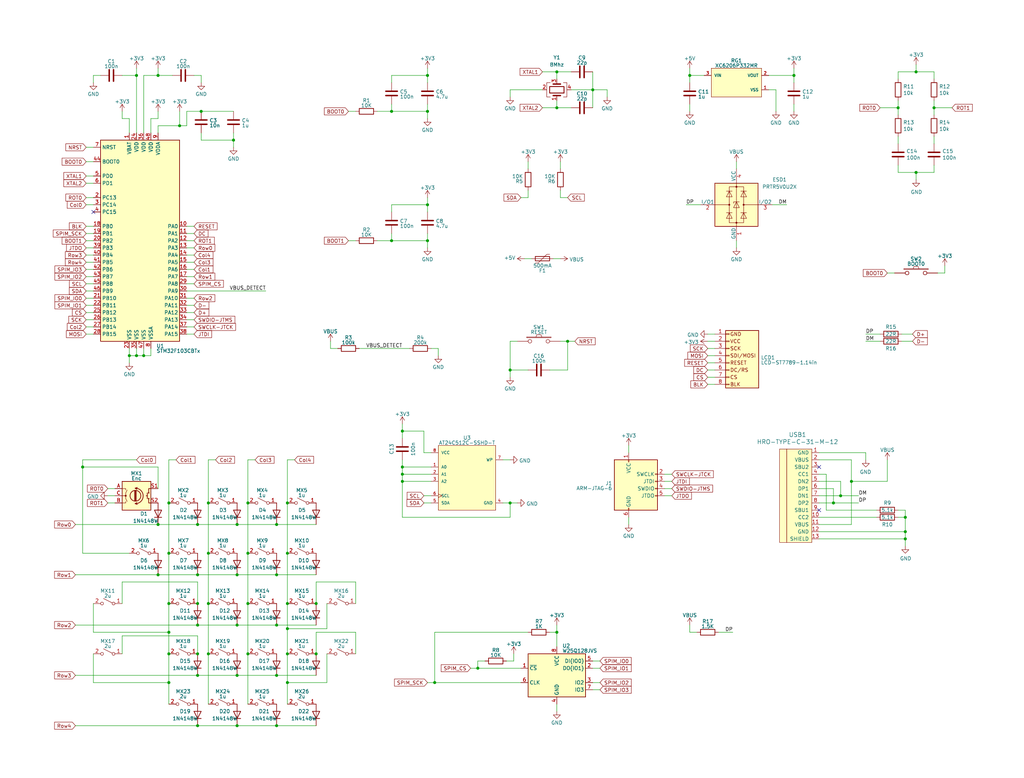
<source format=kicad_sch>
(kicad_sch (version 20220404) (generator eeschema)
  (paper "User" 362.026 274.98)
  (title_block (title "LazuliPad") (date "2022-06-29") (rev "1") (comment 1 "Copyright © 2022 HorrorTroll") (comment 2 "MIT License"))
  (junction (at 142.24 152.4))
  (junction (at 87.63 195.58))
  (junction (at 101.6 222.25))
  (junction (at 97.79 238.76))
  (junction (at 55.88 185.42))
  (junction (at 101.6 195.58))
  (junction (at 320.04 190.5))
  (junction (at 29.21 165.1))
  (junction (at 323.85 60.96))
  (junction (at 50.8 125.73))
  (junction (at 323.85 25.4))
  (junction (at 82.55 49.53))
  (junction (at 69.85 203.2))
  (junction (at 59.69 223.52))
  (junction (at 151.13 26.67))
  (junction (at 180.34 130.81))
  (junction (at 71.12 39.37))
  (junction (at 142.24 167.64))
  (junction (at 87.63 177.8))
  (junction (at 55.88 26.67))
  (junction (at 59.69 213.36))
  (junction (at 97.79 220.98))
  (junction (at 138.43 85.09))
  (junction (at 83.82 185.42))
  (junction (at 200.66 120.65))
  (junction (at 83.82 256.54))
  (junction (at 320.04 182.88))
  (junction (at 280.67 26.67))
  (junction (at 55.88 203.2))
  (junction (at 73.66 213.36))
  (junction (at 69.85 238.76))
  (junction (at 87.63 231.14))
  (junction (at 63.5 44.45))
  (junction (at 297.18 175.26))
  (junction (at 59.69 241.3))
  (junction (at 180.34 177.8))
  (junction (at 196.85 25.4))
  (junction (at 101.6 213.36))
  (junction (at 97.79 185.42))
  (junction (at 320.04 187.96))
  (junction (at 330.2 38.1))
  (junction (at 59.69 177.8))
  (junction (at 209.55 31.75))
  (junction (at 101.6 231.14))
  (junction (at 97.79 256.54))
  (junction (at 69.85 256.54))
  (junction (at 73.66 231.14))
  (junction (at 138.43 39.37))
  (junction (at 317.5 38.1))
  (junction (at 151.13 72.39))
  (junction (at 300.99 170.18))
  (junction (at 45.72 125.73))
  (junction (at 69.85 220.98))
  (junction (at 83.82 203.2))
  (junction (at 73.66 177.8))
  (junction (at 101.6 241.3))
  (junction (at 294.64 177.8))
  (junction (at 196.85 38.1))
  (junction (at 97.79 203.2))
  (junction (at 153.67 241.3))
  (junction (at 142.24 165.1))
  (junction (at 101.6 177.8))
  (junction (at 69.85 231.14))
  (junction (at 83.82 238.76))
  (junction (at 59.69 195.58))
  (junction (at 83.82 220.98))
  (junction (at 87.63 213.36))
  (junction (at 111.76 213.36))
  (junction (at 69.85 185.42))
  (junction (at 151.13 39.37))
  (junction (at 243.84 26.67))
  (junction (at 48.26 26.67))
  (junction (at 151.13 85.09))
  (junction (at 48.26 125.73))
  (junction (at 59.69 231.14))
  (junction (at 142.24 170.18))
  (junction (at 111.76 231.14))
  (junction (at 73.66 195.58))
  (junction (at 196.85 223.52))
  (junction (at 168.91 236.22))
  (junction (at 69.85 213.36))
  (no_connect (at 33.02 74.93))
  (no_connect (at 289.56 165.1))
  (no_connect (at 289.56 180.34))
  (wire (pts (xy 26.67 203.2) (xy 55.88 203.2)))
  (wire (pts (xy 82.55 49.53) (xy 82.55 52.07)))
  (wire (pts (xy 273.05 72.39) (xy 278.13 72.39)))
  (wire (pts (xy 29.21 165.1) (xy 29.21 195.58)))
  (wire (pts (xy 151.13 241.3) (xy 153.67 241.3)))
  (wire (pts (xy 97.79 185.42) (xy 111.76 185.42)))
  (wire (pts (xy 294.64 177.8) (xy 303.53 177.8)))
  (wire (pts (xy 317.5 48.26) (xy 317.5 50.8)))
  (wire (pts (xy 300.99 170.18) (xy 300.99 185.42)))
  (wire (pts (xy 151.13 39.37) (xy 151.13 36.83)))
  (wire (pts (xy 66.04 80.01) (xy 68.58 80.01)))
  (wire (pts (xy 195.58 91.44) (xy 198.12 91.44)))
  (wire (pts (xy 322.58 120.65) (xy 318.77 120.65)))
  (wire (pts (xy 320.04 182.88) (xy 320.04 180.34)))
  (wire (pts (xy 250.19 118.11) (xy 252.73 118.11)))
  (wire (pts (xy 90.17 162.56) (xy 87.63 162.56)))
  (wire (pts (xy 69.85 224.79) (xy 69.85 231.14)))
  (wire (pts (xy 153.67 223.52) (xy 153.67 241.3)))
  (wire (pts (xy 186.69 59.69) (xy 186.69 57.15)))
  (wire (pts (xy 59.69 241.3) (xy 59.69 248.92)))
  (wire (pts (xy 30.48 82.55) (xy 33.02 82.55)))
  (wire (pts (xy 38.1 177.8) (xy 40.64 177.8)))
  (wire (pts (xy 68.58 100.33) (xy 66.04 100.33)))
  (wire (pts (xy 83.82 220.98) (xy 97.79 220.98)))
  (wire (pts (xy 323.85 25.4) (xy 323.85 22.86)))
  (wire (pts (xy 71.12 46.99) (xy 71.12 49.53)))
  (wire (pts (xy 125.73 231.14) (xy 125.73 223.52)))
  (wire (pts (xy 138.43 85.09) (xy 138.43 82.55)))
  (wire (pts (xy 196.85 223.52) (xy 196.85 228.6)))
  (wire (pts (xy 289.56 162.56) (xy 300.99 162.56)))
  (wire (pts (xy 30.48 118.11) (xy 33.02 118.11)))
  (wire (pts (xy 180.34 130.81) (xy 180.34 133.35)))
  (wire (pts (xy 297.18 175.26) (xy 303.53 175.26)))
  (wire (pts (xy 76.2 162.56) (xy 73.66 162.56)))
  (wire (pts (xy 297.18 170.18) (xy 297.18 175.26)))
  (wire (pts (xy 87.63 195.58) (xy 87.63 213.36)))
  (wire (pts (xy 33.02 231.14) (xy 33.02 241.3)))
  (wire (pts (xy 53.34 125.73) (xy 53.34 123.19)))
  (wire (pts (xy 234.95 172.72) (xy 237.49 172.72)))
  (wire (pts (xy 250.19 123.19) (xy 252.73 123.19)))
  (wire (pts (xy 43.18 39.37) (xy 43.18 41.91)))
  (wire (pts (xy 59.69 231.14) (xy 59.69 241.3)))
  (wire (pts (xy 292.1 180.34) (xy 309.88 180.34)))
  (wire (pts (xy 271.78 26.67) (xy 280.67 26.67)))
  (wire (pts (xy 68.58 115.57) (xy 66.04 115.57)))
  (wire (pts (xy 292.1 167.64) (xy 292.1 180.34)))
  (wire (pts (xy 66.04 97.79) (xy 68.58 97.79)))
  (wire (pts (xy 196.85 248.92) (xy 196.85 251.46)))
  (wire (pts (xy 50.8 46.99) (xy 50.8 26.67)))
  (wire (pts (xy 30.48 62.23) (xy 33.02 62.23)))
  (wire (pts (xy 222.25 182.88) (xy 222.25 185.42)))
  (wire (pts (xy 82.55 46.99) (xy 82.55 49.53)))
  (wire (pts (xy 63.5 92.71) (xy 63.5 90.17)))
  (wire (pts (xy 317.5 180.34) (xy 320.04 180.34)))
  (wire (pts (xy 196.85 25.4) (xy 196.85 27.94)))
  (wire (pts (xy 66.04 87.63) (xy 68.58 87.63)))
  (wire (pts (xy 138.43 72.39) (xy 151.13 72.39)))
  (wire (pts (xy 234.95 167.64) (xy 237.49 167.64)))
  (wire (pts (xy 138.43 29.21) (xy 138.43 26.67)))
  (wire (pts (xy 55.88 44.45) (xy 63.5 44.45)))
  (wire (pts (xy 101.6 222.25) (xy 101.6 231.14)))
  (wire (pts (xy 87.63 162.56) (xy 87.63 177.8)))
  (wire (pts (xy 123.19 39.37) (xy 125.73 39.37)))
  (wire (pts (xy 53.34 41.91) (xy 55.88 41.91)))
  (wire (pts (xy 186.69 67.31) (xy 186.69 69.85)))
  (wire (pts (xy 306.07 120.65) (xy 311.15 120.65)))
  (wire (pts (xy 317.5 25.4) (xy 317.5 27.94)))
  (wire (pts (xy 250.19 135.89) (xy 252.73 135.89)))
  (wire (pts (xy 45.72 41.91) (xy 45.72 46.99)))
  (wire (pts (xy 26.67 256.54) (xy 69.85 256.54)))
  (wire (pts (xy 243.84 36.83) (xy 243.84 39.37)))
  (wire (pts (xy 317.5 38.1) (xy 311.15 38.1)))
  (wire (pts (xy 185.42 91.44) (xy 187.96 91.44)))
  (wire (pts (xy 83.82 185.42) (xy 97.79 185.42)))
  (wire (pts (xy 33.02 223.52) (xy 59.69 223.52)))
  (wire (pts (xy 198.12 67.31) (xy 198.12 69.85)))
  (wire (pts (xy 55.88 172.72) (xy 55.88 165.1)))
  (wire (pts (xy 317.5 182.88) (xy 320.04 182.88)))
  (wire (pts (xy 48.26 24.13) (xy 48.26 26.67)))
  (wire (pts (xy 26.67 220.98) (xy 69.85 220.98)))
  (wire (pts (xy 222.25 157.48) (xy 222.25 160.02)))
  (wire (pts (xy 83.82 238.76) (xy 97.79 238.76)))
  (wire (pts (xy 133.35 85.09) (xy 138.43 85.09)))
  (wire (pts (xy 180.34 177.8) (xy 182.88 177.8)))
  (wire (pts (xy 289.56 187.96) (xy 320.04 187.96)))
  (wire (pts (xy 73.66 162.56) (xy 73.66 177.8)))
  (wire (pts (xy 209.55 233.68) (xy 212.09 233.68)))
  (wire (pts (xy 30.48 85.09) (xy 33.02 85.09)))
  (wire (pts (xy 154.94 123.19) (xy 152.4 123.19)))
  (wire (pts (xy 45.72 123.19) (xy 45.72 125.73)))
  (wire (pts (xy 330.2 60.96) (xy 330.2 58.42)))
  (wire (pts (xy 101.6 213.36) (xy 101.6 222.25)))
  (wire (pts (xy 50.8 26.67) (xy 55.88 26.67)))
  (wire (pts (xy 250.19 130.81) (xy 252.73 130.81)))
  (wire (pts (xy 196.85 35.56) (xy 196.85 38.1)))
  (wire (pts (xy 180.34 31.75) (xy 191.77 31.75)))
  (wire (pts (xy 331.47 96.52) (xy 334.01 96.52)))
  (wire (pts (xy 151.13 85.09) (xy 138.43 85.09)))
  (wire (pts (xy 83.82 256.54) (xy 97.79 256.54)))
  (wire (pts (xy 71.12 39.37) (xy 82.55 39.37)))
  (wire (pts (xy 280.67 26.67) (xy 280.67 29.21)))
  (wire (pts (xy 149.86 177.8) (xy 152.4 177.8)))
  (wire (pts (xy 191.77 25.4) (xy 196.85 25.4)))
  (wire (pts (xy 313.69 170.18) (xy 300.99 170.18)))
  (wire (pts (xy 180.34 120.65) (xy 182.88 120.65)))
  (wire (pts (xy 30.48 107.95) (xy 33.02 107.95)))
  (wire (pts (xy 151.13 26.67) (xy 151.13 29.21)))
  (wire (pts (xy 30.48 95.25) (xy 33.02 95.25)))
  (wire (pts (xy 198.12 59.69) (xy 198.12 57.15)))
  (wire (pts (xy 97.79 238.76) (xy 111.76 238.76)))
  (wire (pts (xy 151.13 39.37) (xy 151.13 41.91)))
  (wire (pts (xy 50.8 125.73) (xy 53.34 125.73)))
  (wire (pts (xy 200.66 120.65) (xy 203.2 120.65)))
  (wire (pts (xy 191.77 38.1) (xy 196.85 38.1)))
  (wire (pts (xy 306.07 162.56) (xy 306.07 160.02)))
  (wire (pts (xy 149.86 152.4) (xy 142.24 152.4)))
  (wire (pts (xy 66.04 92.71) (xy 68.58 92.71)))
  (wire (pts (xy 330.2 48.26) (xy 330.2 50.8)))
  (wire (pts (xy 149.86 175.26) (xy 152.4 175.26)))
  (wire (pts (xy 180.34 182.88) (xy 180.34 177.8)))
  (wire (pts (xy 66.04 90.17) (xy 68.58 90.17)))
  (wire (pts (xy 127 123.19) (xy 144.78 123.19)))
  (wire (pts (xy 69.85 238.76) (xy 83.82 238.76)))
  (wire (pts (xy 69.85 220.98) (xy 83.82 220.98)))
  (wire (pts (xy 30.48 52.07) (xy 33.02 52.07)))
  (wire (pts (xy 250.19 133.35) (xy 252.73 133.35)))
  (wire (pts (xy 30.48 90.17) (xy 33.02 90.17)))
  (wire (pts (xy 168.91 233.68) (xy 168.91 236.22)))
  (wire (pts (xy 234.95 170.18) (xy 237.49 170.18)))
  (wire (pts (xy 30.48 113.03) (xy 33.02 113.03)))
  (wire (pts (xy 30.48 64.77) (xy 33.02 64.77)))
  (wire (pts (xy 250.19 128.27) (xy 252.73 128.27)))
  (wire (pts (xy 111.76 205.74) (xy 111.76 213.36)))
  (wire (pts (xy 152.4 170.18) (xy 142.24 170.18)))
  (wire (pts (xy 30.48 97.79) (xy 33.02 97.79)))
  (wire (pts (xy 43.18 41.91) (xy 45.72 41.91)))
  (wire (pts (xy 69.85 205.74) (xy 69.85 213.36)))
  (wire (pts (xy 250.19 125.73) (xy 252.73 125.73)))
  (wire (pts (xy 33.02 26.67) (xy 35.56 26.67)))
  (wire (pts (xy 250.19 120.65) (xy 252.73 120.65)))
  (wire (pts (xy 317.5 60.96) (xy 323.85 60.96)))
  (wire (pts (xy 33.02 26.67) (xy 33.02 29.21)))
  (wire (pts (xy 66.04 105.41) (xy 68.58 105.41)))
  (wire (pts (xy 271.78 31.75) (xy 274.32 31.75)))
  (wire (pts (xy 68.58 107.95) (xy 66.04 107.95)))
  (wire (pts (xy 260.35 85.09) (xy 260.35 87.63)))
  (wire (pts (xy 289.56 175.26) (xy 297.18 175.26)))
  (wire (pts (xy 30.48 110.49) (xy 33.02 110.49)))
  (wire (pts (xy 313.69 162.56) (xy 313.69 170.18)))
  (wire (pts (xy 115.57 222.25) (xy 101.6 222.25)))
  (wire (pts (xy 97.79 256.54) (xy 111.76 256.54)))
  (wire (pts (xy 179.07 233.68) (xy 181.61 233.68)))
  (wire (pts (xy 181.61 233.68) (xy 181.61 231.14)))
  (wire (pts (xy 166.37 236.22) (xy 168.91 236.22)))
  (wire (pts (xy 200.66 69.85) (xy 198.12 69.85)))
  (wire (pts (xy 142.24 152.4) (xy 142.24 154.94)))
  (wire (pts (xy 142.24 165.1) (xy 152.4 165.1)))
  (wire (pts (xy 116.84 123.19) (xy 116.84 120.65)))
  (wire (pts (xy 323.85 60.96) (xy 330.2 60.96)))
  (wire (pts (xy 66.04 102.87) (xy 93.98 102.87)))
  (wire (pts (xy 48.26 123.19) (xy 48.26 125.73)))
  (wire (pts (xy 142.24 170.18) (xy 142.24 167.64)))
  (wire (pts (xy 66.04 95.25) (xy 68.58 95.25)))
  (wire (pts (xy 73.66 177.8) (xy 73.66 195.58)))
  (wire (pts (xy 294.64 172.72) (xy 294.64 177.8)))
  (wire (pts (xy 194.31 130.81) (xy 200.66 130.81)))
  (wire (pts (xy 322.58 118.11) (xy 318.77 118.11)))
  (wire (pts (xy 168.91 233.68) (xy 171.45 233.68)))
  (wire (pts (xy 194.31 223.52) (xy 196.85 223.52)))
  (wire (pts (xy 168.91 236.22) (xy 184.15 236.22)))
  (wire (pts (xy 274.32 31.75) (xy 274.32 39.37)))
  (wire (pts (xy 43.18 224.79) (xy 43.18 231.14)))
  (wire (pts (xy 43.18 224.79) (xy 69.85 224.79)))
  (wire (pts (xy 234.95 175.26) (xy 237.49 175.26)))
  (wire (pts (xy 83.82 203.2) (xy 97.79 203.2)))
  (wire (pts (xy 200.66 120.65) (xy 198.12 120.65)))
  (wire (pts (xy 87.63 231.14) (xy 87.63 248.92)))
  (wire (pts (xy 125.73 223.52) (xy 111.76 223.52)))
  (wire (pts (xy 73.66 195.58) (xy 73.66 213.36)))
  (wire (pts (xy 125.73 205.74) (xy 111.76 205.74)))
  (wire (pts (xy 323.85 60.96) (xy 323.85 63.5)))
  (wire (pts (xy 320.04 190.5) (xy 320.04 187.96)))
  (wire (pts (xy 53.34 41.91) (xy 53.34 46.99)))
  (wire (pts (xy 200.66 130.81) (xy 200.66 120.65)))
  (wire (pts (xy 33.02 241.3) (xy 59.69 241.3)))
  (wire (pts (xy 33.02 213.36) (xy 33.02 223.52)))
  (wire (pts (xy 66.04 44.45) (xy 66.04 39.37)))
  (wire (pts (xy 38.1 172.72) (xy 40.64 172.72)))
  (wire (pts (xy 300.99 162.56) (xy 300.99 170.18)))
  (wire (pts (xy 69.85 203.2) (xy 83.82 203.2)))
  (wire (pts (xy 209.55 241.3) (xy 212.09 241.3)))
  (wire (pts (xy 151.13 72.39) (xy 151.13 74.93)))
  (wire (pts (xy 196.85 38.1) (xy 201.93 38.1)))
  (wire (pts (xy 317.5 35.56) (xy 317.5 38.1)))
  (wire (pts (xy 330.2 38.1) (xy 330.2 35.56)))
  (wire (pts (xy 73.66 213.36) (xy 73.66 231.14)))
  (wire (pts (xy 133.35 39.37) (xy 138.43 39.37)))
  (wire (pts (xy 97.79 203.2) (xy 111.76 203.2)))
  (wire (pts (xy 209.55 25.4) (xy 209.55 31.75)))
  (wire (pts (xy 330.2 27.94) (xy 330.2 25.4)))
  (wire (pts (xy 104.14 162.56) (xy 101.6 162.56)))
  (wire (pts (xy 254 223.52) (xy 259.08 223.52)))
  (wire (pts (xy 320.04 187.96) (xy 320.04 182.88)))
  (wire (pts (xy 101.6 177.8) (xy 101.6 195.58)))
  (wire (pts (xy 260.35 57.15) (xy 260.35 59.69)))
  (wire (pts (xy 59.69 195.58) (xy 59.69 213.36)))
  (wire (pts (xy 330.2 38.1) (xy 330.2 40.64)))
  (wire (pts (xy 116.84 123.19) (xy 119.38 123.19)))
  (wire (pts (xy 313.69 96.52) (xy 316.23 96.52)))
  (wire (pts (xy 323.85 25.4) (xy 330.2 25.4)))
  (wire (pts (xy 69.85 256.54) (xy 83.82 256.54)))
  (wire (pts (xy 214.63 31.75) (xy 214.63 34.29)))
  (wire (pts (xy 55.88 203.2) (xy 69.85 203.2)))
  (wire (pts (xy 289.56 172.72) (xy 294.64 172.72)))
  (wire (pts (xy 38.1 175.26) (xy 40.64 175.26)))
  (wire (pts (xy 48.26 162.56) (xy 29.21 162.56)))
  (wire (pts (xy 101.6 241.3) (xy 101.6 248.92)))
  (wire (pts (xy 180.34 130.81) (xy 186.69 130.81)))
  (wire (pts (xy 30.48 102.87) (xy 33.02 102.87)))
  (wire (pts (xy 48.26 125.73) (xy 50.8 125.73)))
  (wire (pts (xy 71.12 26.67) (xy 71.12 29.21)))
  (wire (pts (xy 289.56 167.64) (xy 292.1 167.64)))
  (wire (pts (xy 30.48 115.57) (xy 33.02 115.57)))
  (wire (pts (xy 66.04 118.11) (xy 68.58 118.11)))
  (wire (pts (xy 59.69 177.8) (xy 59.69 195.58)))
  (wire (pts (xy 142.24 182.88) (xy 142.24 170.18)))
  (wire (pts (xy 180.34 120.65) (xy 180.34 130.81)))
  (wire (pts (xy 48.26 26.67) (xy 48.26 46.99)))
  (wire (pts (xy 71.12 49.53) (xy 82.55 49.53)))
  (wire (pts (xy 142.24 162.56) (xy 142.24 165.1)))
  (wire (pts (xy 184.15 241.3) (xy 153.67 241.3)))
  (wire (pts (xy 68.58 110.49) (xy 66.04 110.49)))
  (wire (pts (xy 101.6 195.58) (xy 101.6 213.36)))
  (wire (pts (xy 123.19 85.09) (xy 125.73 85.09)))
  (wire (pts (xy 45.72 125.73) (xy 48.26 125.73)))
  (wire (pts (xy 317.5 38.1) (xy 317.5 40.64)))
  (wire (pts (xy 186.69 69.85) (xy 184.15 69.85)))
  (wire (pts (xy 66.04 85.09) (xy 68.58 85.09)))
  (wire (pts (xy 59.69 213.36) (xy 59.69 223.52)))
  (wire (pts (xy 62.23 162.56) (xy 59.69 162.56)))
  (wire (pts (xy 125.73 213.36) (xy 125.73 205.74)))
  (wire (pts (xy 142.24 149.86) (xy 142.24 152.4)))
  (wire (pts (xy 29.21 195.58) (xy 45.72 195.58)))
  (wire (pts (xy 209.55 243.84) (xy 212.09 243.84)))
  (wire (pts (xy 66.04 82.55) (xy 68.58 82.55)))
  (wire (pts (xy 306.07 160.02) (xy 289.56 160.02)))
  (wire (pts (xy 43.18 26.67) (xy 48.26 26.67)))
  (wire (pts (xy 115.57 213.36) (xy 115.57 222.25)))
  (wire (pts (xy 30.48 105.41) (xy 33.02 105.41)))
  (wire (pts (xy 151.13 24.13) (xy 151.13 26.67)))
  (wire (pts (xy 73.66 231.14) (xy 73.66 248.92)))
  (wire (pts (xy 317.5 58.42) (xy 317.5 60.96)))
  (wire (pts (xy 154.94 125.73) (xy 154.94 123.19)))
  (wire (pts (xy 289.56 177.8) (xy 294.64 177.8)))
  (wire (pts (xy 151.13 85.09) (xy 151.13 87.63)))
  (wire (pts (xy 26.67 185.42) (xy 55.88 185.42)))
  (wire (pts (xy 60.96 26.67) (xy 55.88 26.67)))
  (wire (pts (xy 336.55 38.1) (xy 330.2 38.1)))
  (wire (pts (xy 138.43 36.83) (xy 138.43 39.37)))
  (wire (pts (xy 115.57 241.3) (xy 101.6 241.3)))
  (wire (pts (xy 209.55 236.22) (xy 212.09 236.22)))
  (wire (pts (xy 68.58 26.67) (xy 71.12 26.67)))
  (wire (pts (xy 152.4 160.02) (xy 149.86 160.02)))
  (wire (pts (xy 280.67 36.83) (xy 280.67 39.37)))
  (wire (pts (xy 63.5 44.45) (xy 66.04 44.45)))
  (wire (pts (xy 55.88 24.13) (xy 55.88 26.67)))
  (wire (pts (xy 289.56 182.88) (xy 309.88 182.88)))
  (wire (pts (xy 138.43 39.37) (xy 151.13 39.37)))
  (wire (pts (xy 142.24 167.64) (xy 142.24 165.1)))
  (wire (pts (xy 243.84 223.52) (xy 246.38 223.52)))
  (wire (pts (xy 30.48 92.71) (xy 33.02 92.71)))
  (wire (pts (xy 320.04 190.5) (xy 320.04 193.04)))
  (wire (pts (xy 306.07 118.11) (xy 311.15 118.11)))
  (wire (pts (xy 87.63 213.36) (xy 87.63 231.14)))
  (wire (pts (xy 87.63 177.8) (xy 87.63 195.58)))
  (wire (pts (xy 289.56 185.42) (xy 300.99 185.42)))
  (wire (pts (xy 97.79 220.98) (xy 111.76 220.98)))
  (wire (pts (xy 29.21 165.1) (xy 55.88 165.1)))
  (wire (pts (xy 45.72 125.73) (xy 45.72 128.27)))
  (wire (pts (xy 43.18 205.74) (xy 69.85 205.74)))
  (wire (pts (xy 111.76 223.52) (xy 111.76 231.14)))
  (wire (pts (xy 334.01 93.98) (xy 334.01 96.52)))
  (wire (pts (xy 59.69 162.56) (xy 59.69 177.8)))
  (wire (pts (xy 29.21 162.56) (xy 29.21 165.1)))
  (wire (pts (xy 101.6 231.14) (xy 101.6 241.3)))
  (wire (pts (xy 142.24 167.64) (xy 152.4 167.64)))
  (wire (pts (xy 30.48 72.39) (xy 33.02 72.39)))
  (wire (pts (xy 43.18 213.36) (xy 43.18 205.74)))
  (wire (pts (xy 196.85 25.4) (xy 201.93 25.4)))
  (wire (pts (xy 177.8 177.8) (xy 180.34 177.8)))
  (wire (pts (xy 177.8 162.56) (xy 180.34 162.56)))
  (wire (pts (xy 201.93 31.75) (xy 209.55 31.75)))
  (wire (pts (xy 243.84 26.67) (xy 243.84 29.21)))
  (wire (pts (xy 243.84 220.98) (xy 243.84 223.52)))
  (wire (pts (xy 55.88 185.42) (xy 69.85 185.42)))
  (wire (pts (xy 289.56 170.18) (xy 297.18 170.18)))
  (wire (pts (xy 243.84 24.13) (xy 243.84 26.67)))
  (wire (pts (xy 30.48 69.85) (xy 33.02 69.85)))
  (wire (pts (xy 149.86 160.02) (xy 149.86 152.4)))
  (wire (pts (xy 153.67 223.52) (xy 186.69 223.52)))
  (wire (pts (xy 196.85 220.98) (xy 196.85 223.52)))
  (wire (pts (xy 138.43 26.67) (xy 151.13 26.67)))
  (wire (pts (xy 151.13 82.55) (xy 151.13 85.09)))
  (wire (pts (xy 55.88 41.91) (xy 55.88 39.37)))
  (wire (pts (xy 66.04 39.37) (xy 71.12 39.37)))
  (wire (pts (xy 317.5 25.4) (xy 323.85 25.4)))
  (wire (pts (xy 209.55 31.75) (xy 209.55 38.1)))
  (wire (pts (xy 142.24 182.88) (xy 180.34 182.88)))
  (wire (pts (xy 69.85 185.42) (xy 83.82 185.42)))
  (wire (pts (xy 209.55 31.75) (xy 214.63 31.75)))
  (wire (pts (xy 30.48 100.33) (xy 33.02 100.33)))
  (wire (pts (xy 243.84 26.67) (xy 248.92 26.67)))
  (wire (pts (xy 289.56 190.5) (xy 320.04 190.5)))
  (wire (pts (xy 138.43 74.93) (xy 138.43 72.39)))
  (wire (pts (xy 242.57 72.39) (xy 247.65 72.39)))
  (wire (pts (xy 50.8 123.19) (xy 50.8 125.73)))
  (wire (pts (xy 59.69 223.52) (xy 59.69 231.14)))
  (wire (pts (xy 26.67 238.76) (xy 69.85 238.76)))
  (wire (pts (xy 30.48 57.15) (xy 33.02 57.15)))
  (wire (pts (xy 68.58 113.03) (xy 66.04 113.03)))
  (wire (pts (xy 63.5 39.37) (xy 63.5 44.45)))
  (wire (pts (xy 55.88 46.99) (xy 55.88 44.45)))
  (wire (pts (xy 101.6 162.56) (xy 101.6 177.8)))
  (wire (pts (xy 115.57 231.14) (xy 115.57 241.3)))
  (wire (pts (xy 280.67 24.13) (xy 280.67 26.67)))
  (wire (pts (xy 30.48 87.63) (xy 33.02 87.63)))
  (wire (pts (xy 151.13 69.85) (xy 151.13 72.39)))
  (wire (pts (xy 180.34 31.75) (xy 180.34 34.29)))
  (wire (pts (xy 30.48 80.01) (xy 33.02 80.01)))
  (label "DP" (at 242.57 72.39 0))
  (label "DP" (at 259.08 223.52 0))
  (label "DM" (at 306.07 120.65 0))
  (label "VBUS_DETECT" (at 142.24 123.19 0))
  (label "DM" (at 278.13 72.39 0))
  (label "DP" (at 306.07 118.11 0))
  (label "VBUS_DETECT" (at 93.98 102.87 0))
  (label "DP" (at 303.53 177.8 0))
  (label "DM" (at 303.53 175.26 0))
  (global_label "MOSI" (shape input) (at 250.19 125.73 180) (property "Intersheetrefs" "${INTERSHEET_REFS}" (effects hide)))
  (global_label "JTDI" (shape input) (at 68.58 118.11 0) (property "Intersheet References" "${INTERSHEET_REFS}" (effects hide)))
  (global_label "SDA" (shape input) (at 30.48 102.87 180) (property "Intersheetrefs" "${INTERSHEET_REFS}" (effects hide)))
  (global_label "SPIM_IO0" (shape input) (at 30.48 105.41 180) (property "Intersheetrefs" "${INTERSHEET_REFS}" (effects hide)))
  (global_label "JTDI" (shape input) (at 237.49 170.18 0) (property "Intersheetrefs" "${INTERSHEET_REFS}" (effects hide)))
  (global_label "SPIM_IO1" (shape input) (at 212.09 236.22 0) (property "Intersheetrefs" "${INTERSHEET_REFS}" (effects hide)))
  (global_label "XTAL2" (shape input) (at 30.48 64.77 180) (property "Intersheetrefs" "${INTERSHEET_REFS}" (effects hide)))
  (global_label "Row1" (shape input) (at 26.67 203.2 180) (property "Intersheetrefs" "${INTERSHEET_REFS}" (effects hide)))
  (global_label "DC" (shape input) (at 250.19 130.81 180) (property "Intersheetrefs" "${INTERSHEET_REFS}" (effects hide)))
  (global_label "Col2" (shape input) (at 76.2 162.56 0) (property "Intersheetrefs" "${INTERSHEET_REFS}" (effects hide)))
  (global_label "SPIM_IO2" (shape input) (at 212.09 241.3 0) (property "Intersheetrefs" "${INTERSHEET_REFS}" (effects hide)))
  (global_label "Row4" (shape input) (at 26.67 256.54 180) (property "Intersheetrefs" "${INTERSHEET_REFS}" (effects hide)))
  (global_label "XTAL2" (shape input) (at 191.77 38.1 180) (property "Intersheetrefs" "${INTERSHEET_REFS}" (effects hide)))
  (global_label "Row1" (shape input) (at 68.58 97.79 0) (property "Intersheetrefs" "${INTERSHEET_REFS}" (effects hide)))
  (global_label "Row0" (shape input) (at 68.58 87.63 0) (property "Intersheetrefs" "${INTERSHEET_REFS}" (effects hide)))
  (global_label "SDA" (shape input) (at 149.86 177.8 180) (property "Intersheetrefs" "${INTERSHEET_REFS}" (effects hide)))
  (global_label "D+" (shape input) (at 68.58 110.49 0) (property "Intersheetrefs" "${INTERSHEET_REFS}" (effects hide)))
  (global_label "Row2" (shape input) (at 26.67 220.98 180) (property "Intersheetrefs" "${INTERSHEET_REFS}" (effects hide)))
  (global_label "Col1" (shape input) (at 68.58 95.25 0) (property "Intersheetrefs" "${INTERSHEET_REFS}" (effects hide)))
  (global_label "SCL" (shape input) (at 149.86 175.26 180) (property "Intersheetrefs" "${INTERSHEET_REFS}" (effects hide)))
  (global_label "SWDIO-JTMS" (shape input) (at 237.49 172.72 0) (property "Intersheetrefs" "${INTERSHEET_REFS}" (effects hide)))
  (global_label "SCL" (shape input) (at 200.66 69.85 0) (property "Intersheetrefs" "${INTERSHEET_REFS}" (effects hide)))
  (global_label "Row0" (shape input) (at 26.67 185.42 180) (property "Intersheetrefs" "${INTERSHEET_REFS}" (effects hide)))
  (global_label "Col0" (shape input) (at 48.26 162.56 0) (property "Intersheetrefs" "${INTERSHEET_REFS}" (effects hide)))
  (global_label "D+" (shape input) (at 322.58 118.11 0) (property "Intersheet References" "${INTERSHEET_REFS}" (effects hide)))
  (global_label "BOOT1" (shape input) (at 30.48 85.09 180) (property "Intersheetrefs" "${INTERSHEET_REFS}" (effects hide)))
  (global_label "Col3" (shape input) (at 90.17 162.56 0) (property "Intersheetrefs" "${INTERSHEET_REFS}" (effects hide)))
  (global_label "SCK" (shape input) (at 30.48 113.03 180) (property "Intersheetrefs" "${INTERSHEET_REFS}" (effects hide)))
  (global_label "CS" (shape input) (at 30.48 110.49 180) (property "Intersheetrefs" "${INTERSHEET_REFS}" (effects hide)))
  (global_label "ROT0" (shape input) (at 30.48 69.85 180) (property "Intersheetrefs" "${INTERSHEET_REFS}" (effects hide)))
  (global_label "Col2" (shape input) (at 30.48 115.57 180) (property "Intersheetrefs" "${INTERSHEET_REFS}" (effects hide)))
  (global_label "D-" (shape input) (at 322.58 120.65 0) (property "Intersheet References" "${INTERSHEET_REFS}" (effects hide)))
  (global_label "NRST" (shape input) (at 30.48 52.07 180) (property "Intersheetrefs" "${INTERSHEET_REFS}" (effects hide)))
  (global_label "MOSI" (shape input) (at 30.48 118.11 180) (property "Intersheetrefs" "${INTERSHEET_REFS}" (effects hide)))
  (global_label "Col0" (shape input) (at 30.48 72.39 180) (property "Intersheetrefs" "${INTERSHEET_REFS}" (effects hide)))
  (global_label "SWCLK-JTCK" (shape input) (at 68.58 115.57 0) (property "Intersheetrefs" "${INTERSHEET_REFS}" (effects hide)))
  (global_label "BOOT1" (shape input) (at 123.19 85.09 180) (property "Intersheetrefs" "${INTERSHEET_REFS}" (effects hide)))
  (global_label "BOOT0" (shape input) (at 313.69 96.52 180) (property "Intersheetrefs" "${INTERSHEET_REFS}" (effects hide)))
  (global_label "SPIM_IO3" (shape input) (at 30.48 95.25 180) (property "Intersheetrefs" "${INTERSHEET_REFS}" (effects hide)))
  (global_label "Col4" (shape input) (at 68.58 90.17 0) (property "Intersheetrefs" "${INTERSHEET_REFS}" (effects hide)))
  (global_label "SPIM_IO1" (shape input) (at 30.48 107.95 180) (property "Intersheetrefs" "${INTERSHEET_REFS}" (effects hide)))
  (global_label "JTDO" (shape input) (at 237.49 175.26 0) (property "Intersheetrefs" "${INTERSHEET_REFS}" (effects hide)))
  (global_label "Row2" (shape input) (at 68.58 105.41 0) (property "Intersheetrefs" "${INTERSHEET_REFS}" (effects hide)))
  (global_label "ROT1" (shape input) (at 68.58 85.09 0) (property "Intersheetrefs" "${INTERSHEET_REFS}" (effects hide)))
  (global_label "Col4" (shape input) (at 104.14 162.56 0) (property "Intersheetrefs" "${INTERSHEET_REFS}" (effects hide)))
  (global_label "RESET" (shape input) (at 68.58 80.01 0) (property "Intersheetrefs" "${INTERSHEET_REFS}" (effects hide)))
  (global_label "DC" (shape input) (at 68.58 82.55 0) (property "Intersheetrefs" "${INTERSHEET_REFS}" (effects hide)))
  (global_label "SPIM_SCK" (shape input) (at 151.13 241.3 180) (property "Intersheetrefs" "${INTERSHEET_REFS}" (effects hide)))
  (global_label "SPIM_IO0" (shape input) (at 212.09 233.68 0) (property "Intersheetrefs" "${INTERSHEET_REFS}" (effects hide)))
  (global_label "SPIM_IO3" (shape input) (at 212.09 243.84 0) (property "Intersheetrefs" "${INTERSHEET_REFS}" (effects hide)))
  (global_label "BLK" (shape input) (at 250.19 135.89 180) (property "Intersheetrefs" "${INTERSHEET_REFS}" (effects hide)))
  (global_label "BLK" (shape input) (at 30.48 80.01 180) (property "Intersheetrefs" "${INTERSHEET_REFS}" (effects hide)))
  (global_label "RESET" (shape input) (at 250.19 128.27 180) (property "Intersheetrefs" "${INTERSHEET_REFS}" (effects hide)))
  (global_label "SCL" (shape input) (at 30.48 100.33 180) (property "Intersheetrefs" "${INTERSHEET_REFS}" (effects hide)))
  (global_label "D-" (shape input) (at 68.58 107.95 0) (property "Intersheetrefs" "${INTERSHEET_REFS}" (effects hide)))
  (global_label "Col3" (shape input) (at 68.58 92.71 0) (property "Intersheetrefs" "${INTERSHEET_REFS}" (effects hide)))
  (global_label "Row3" (shape input) (at 26.67 238.76 180) (property "Intersheetrefs" "${INTERSHEET_REFS}" (effects hide)))
  (global_label "SPIM_CS" (shape input) (at 166.37 236.22 180) (property "Intersheetrefs" "${INTERSHEET_REFS}" (effects hide)))
  (global_label "SPIM_IO2" (shape input) (at 30.48 97.79 180) (property "Intersheetrefs" "${INTERSHEET_REFS}" (effects hide)))
  (global_label "SPIM_CS" (shape input) (at 68.58 100.33 0) (property "Intersheetrefs" "${INTERSHEET_REFS}" (effects hide)))
  (global_label "ROT0" (shape input) (at 38.1 172.72 180) (property "Intersheetrefs" "${INTERSHEET_REFS}" (effects hide)))
  (global_label "XTAL1" (shape input) (at 30.48 62.23 180) (property "Intersheetrefs" "${INTERSHEET_REFS}" (effects hide)))
  (global_label "Row4" (shape input) (at 30.48 92.71 180) (property "Intersheetrefs" "${INTERSHEET_REFS}" (effects hide)))
  (global_label "NRST" (shape input) (at 203.2 120.65 0) (property "Intersheetrefs" "${INTERSHEET_REFS}" (effects hide)))
  (global_label "Col1" (shape input) (at 62.23 162.56 0) (property "Intersheetrefs" "${INTERSHEET_REFS}" (effects hide)))
  (global_label "SCK" (shape input) (at 250.19 123.19 180) (property "Intersheetrefs" "${INTERSHEET_REFS}" (effects hide)))
  (global_label "ROT1" (shape input) (at 336.55 38.1 0) (property "Intersheet References" "${INTERSHEET_REFS}" (effects hide)))
  (global_label "ROT0" (shape input) (at 311.15 38.1 180) (property "Intersheet References" "${INTERSHEET_REFS}" (effects hide)))
  (global_label "SWCLK-JTCK" (shape input) (at 237.49 167.64 0) (property "Intersheetrefs" "${INTERSHEET_REFS}" (effects hide)))
  (global_label "ROT1" (shape input) (at 38.1 177.8 180) (property "Intersheetrefs" "${INTERSHEET_REFS}" (effects hide)))
  (global_label "XTAL1" (shape input) (at 191.77 25.4 180) (property "Intersheetrefs" "${INTERSHEET_REFS}" (effects hide)))
  (global_label "Row3" (shape input) (at 30.48 90.17 180) (property "Intersheetrefs" "${INTERSHEET_REFS}" (effects hide)))
  (global_label "BOOT0" (shape input) (at 123.19 39.37 180) (property "Intersheetrefs" "${INTERSHEET_REFS}" (effects hide)))
  (global_label "JTDO" (shape input) (at 30.48 87.63 180) (property "Intersheet References" "${INTERSHEET_REFS}" (effects hide)))
  (global_label "CS" (shape input) (at 250.19 133.35 180) (property "Intersheetrefs" "${INTERSHEET_REFS}" (effects hide)))
  (global_label "SWDIO-JTMS" (shape input) (at 68.58 113.03 0) (property "Intersheetrefs" "${INTERSHEET_REFS}" (effects hide)))
  (global_label "SDA" (shape input) (at 184.15 69.85 180) (property "Intersheetrefs" "${INTERSHEET_REFS}" (effects hide)))
  (global_label "BOOT0" (shape input) (at 30.48 57.15 180) (property "Intersheetrefs" "${INTERSHEET_REFS}" (effects hide)))
  (global_label "SPIM_SCK" (shape input) (at 30.48 82.55 180) (property "Intersheetrefs" "${INTERSHEET_REFS}" (effects hide)))
  (symbol (lib_id "power:GND") (at 182.88 177.8 90) (unit 1)
    (default_instance (reference "#PWR") (unit 1) (value "GND") (footprint ""))
    (property "Reference" "#PWR032" (effects hide))
    (property "Value" "GND" (at 186.055 178.0866 90) (effects (justify right)))
  )
  (symbol (lib_id "Device:D") (at 69.85 181.61 90) (unit 1)
    (default_instance (reference "D") (unit 1) (value "D") (footprint ""))
    (property "Reference" "D2" (at 63.5 180.34 90) (effects (justify right)))
    (property "Value" "1N4148W" (at 60.96 182.88 90) (effects (justify right)))
    (property "Footprint" "Diode_SMD:D_SOD-123" (effects hide))
    (property "LCSC Part Number" "C115103" (effects hide))
  )
  (symbol (lib_id "power:VBUS") (at 313.69 162.56 0) (unit 1)
    (default_instance (reference "#PWR") (unit 1) (value "VBUS") (footprint ""))
    (property "Reference" "#PWR036" (effects hide))
    (property "Value" "VBUS" (at 313.69 159.0771 0))
  )
  (symbol (lib_id "power:VBUS") (at 243.84 220.98 0) (unit 1)
    (default_instance (reference "#PWR") (unit 1) (value "VBUS") (footprint ""))
    (property "Reference" "#PWR046" (effects hide))
    (property "Value" "VBUS" (at 243.84 217.4971 0))
  )
  (symbol (lib_id "Device:RotaryEncoder_Switch") (at 48.26 175.26 0) (unit 1)
    (default_instance (reference "SW") (unit 1) (value "RotaryEncoder_Switch") (footprint ""))
    (property "Reference" "MX1" (at 48.26 167.3479 0))
    (property "Value" "Enc" (at 48.26 169.1101 0))
    (property "Footprint" "Keebio-Part:RotaryEncoder_EC11" (effects hide))
  )
  (symbol (lib_id "Device:R") (at 198.12 63.5 180) (unit 1)
    (default_instance (reference "R") (unit 1) (value "R") (footprint ""))
    (property "Reference" "R6" (at 196.342 64.0945 0) (effects (justify left)))
    (property "Value" "10K" (at 196.342 62.3323 0) (effects (justify left)))
    (property "Footprint" "Resistor_SMD:R_0805_2012Metric" (effects hide))
  )
  (symbol (lib_id "Switch:SW_SPST") (at 78.74 213.36 0) (mirror y) (unit 1)
    (default_instance (reference "SW") (unit 1) (value "SW_SPST") (footprint ""))
    (property "Reference" "MX13" (at 78.74 208.8769 0))
    (property "Value" "1u" (at 78.74 210.6391 0))
    (property "Footprint" "marbastlib-mx:SW_MX_HS_1u" (effects hide))
    (property "LCSC Part Number" "C2803348" (effects hide))
  )
  (symbol (lib_id "Device:Polyfuse") (at 191.77 91.44 270) (unit 1)
    (default_instance (reference "F") (unit 1) (value "Polyfuse") (footprint ""))
    (property "Reference" "F1" (at 191.77 95.6691 90))
    (property "Value" "500mA" (at 191.77 93.9069 90))
    (property "Footprint" "Fuse:Fuse_1206_3216Metric" (effects hide))
  )
  (symbol (lib_id "Device:D") (at 97.79 252.73 90) (unit 1)
    (default_instance (reference "D") (unit 1) (value "D") (footprint ""))
    (property "Reference" "D21" (at 91.44 251.46 90) (effects (justify right)))
    (property "Value" "1N4148W" (at 88.9 254 90) (effects (justify right)))
    (property "Footprint" "Diode_SMD:D_SOD-123" (effects hide))
    (property "LCSC Part Number" "C115103" (effects hide))
  )
  (symbol (lib_id "Switch:SW_SPST") (at 78.74 177.8 0) (mirror y) (unit 1)
    (default_instance (reference "SW") (unit 1) (value "SW_SPST") (footprint ""))
    (property "Reference" "MX3" (at 78.74 173.3169 0))
    (property "Value" "1u" (at 78.74 175.0791 0))
    (property "Footprint" "marbastlib-mx:SW_MX_HS_1u" (effects hide))
    (property "LCSC Part Number" "C2803348" (effects hide))
  )
  (symbol (lib_id "Device:C") (at 317.5 54.61 0) (unit 1)
    (default_instance (reference "U") (unit 1) (value "") (footprint ""))
    (property "Reference" "C14" (at 320.421 53.4416 0) (effects (justify left)))
    (property "Value" "100n" (at 320.421 55.753 0) (effects (justify left)))
    (property "Footprint" "Capacitor_SMD:C_0805_2012Metric" (effects hide))
  )
  (symbol (lib_id "Switch:SW_SPST") (at 64.77 231.14 0) (mirror y) (unit 1)
    (default_instance (reference "SW") (unit 1) (value "SW_SPST") (footprint ""))
    (property "Reference" "MX18" (at 64.77 226.6569 0))
    (property "Value" "1u" (at 64.77 228.4191 0))
    (property "Footprint" "marbastlib-mx:SW_MX_HS_1u" (effects hide))
    (property "LCSC Part Number" "C2803348" (effects hide))
  )
  (symbol (lib_id "Device:R") (at 190.5 223.52 90) (unit 1)
    (default_instance (reference "R") (unit 1) (value "R") (footprint ""))
    (property "Reference" "R7" (at 190.5 219.6719 90))
    (property "Value" "1K" (at 190.5 221.4341 90))
    (property "Footprint" "Resistor_SMD:R_0805_2012Metric" (effects hide))
  )
  (symbol (lib_id "Switch:SW_SPST") (at 92.71 248.92 0) (mirror y) (unit 1)
    (default_instance (reference "SW") (unit 1) (value "SW_SPST") (footprint ""))
    (property "Reference" "MX25" (at 92.71 244.4369 0))
    (property "Value" "1u" (at 92.71 246.1991 0))
    (property "Footprint" "marbastlib-mx:SW_MX_HS_1u" (effects hide))
    (property "LCSC Part Number" "C2803348" (effects hide))
  )
  (symbol (lib_id "power:GND") (at 180.34 162.56 90) (unit 1)
    (default_instance (reference "#PWR") (unit 1) (value "GND") (footprint ""))
    (property "Reference" "#PWR031" (effects hide))
    (property "Value" "GND" (at 183.515 162.8466 90) (effects (justify right)))
  )
  (symbol (lib_id "Device:D") (at 97.79 181.61 90) (unit 1)
    (default_instance (reference "D") (unit 1) (value "D") (footprint ""))
    (property "Reference" "D4" (at 91.44 180.34 90) (effects (justify right)))
    (property "Value" "1N4148W" (at 88.9 182.88 90) (effects (justify right)))
    (property "Footprint" "Diode_SMD:D_SOD-123" (effects hide))
    (property "LCSC Part Number" "C115103" (effects hide))
  )
  (symbol (lib_id "power:GND") (at 33.02 29.21 0) (unit 1)
    (default_instance (reference "#PWR") (unit 1) (value "GND") (footprint ""))
    (property "Reference" "#PWR03" (effects hide))
    (property "Value" "GND" (at 33.02 33.2661 0))
  )
  (symbol (lib_id "Switch:SW_SPST") (at 106.68 195.58 0) (mirror y) (unit 1)
    (default_instance (reference "SW") (unit 1) (value "SW_SPST") (footprint ""))
    (property "Reference" "MX10" (at 106.68 191.0969 0))
    (property "Value" "1u" (at 106.68 192.8591 0))
    (property "Footprint" "marbastlib-mx:SW_MX_HS_1u" (effects hide))
    (property "LCSC Part Number" "C2803348" (effects hide))
  )
  (symbol (lib_id "Device:D") (at 83.82 217.17 90) (unit 1)
    (default_instance (reference "D") (unit 1) (value "D") (footprint ""))
    (property "Reference" "D12" (at 77.47 215.9 90) (effects (justify right)))
    (property "Value" "1N4148W" (at 74.93 218.44 90) (effects (justify right)))
    (property "Footprint" "Diode_SMD:D_SOD-123" (effects hide))
    (property "LCSC Part Number" "C115103" (effects hide))
  )
  (symbol (lib_id "power:+3V3") (at 63.5 39.37 0) (unit 1)
    (default_instance (reference "#PWR") (unit 1) (value "+3V3") (footprint ""))
    (property "Reference" "#PWR07" (effects hide))
    (property "Value" "+3V3" (at 63.5 35.8871 0))
  )
  (symbol (lib_id "power:GND") (at 38.1 175.26 270) (unit 1)
    (default_instance (reference "#PWR") (unit 1) (value "GND") (footprint ""))
    (property "Reference" "#PWR033" (effects hide))
    (property "Value" "GND" (at 34.9251 175.5466 90) (effects (justify right)))
  )
  (symbol (lib_id "Device:C") (at 71.12 43.18 180) (unit 1)
    (default_instance (reference "C") (unit 1) (value "C") (footprint ""))
    (property "Reference" "C3" (at 74.041 42.5855 0) (effects (justify right)))
    (property "Value" "10n" (at 74.041 44.3477 0) (effects (justify right)))
    (property "Footprint" "Capacitor_SMD:C_0805_2012Metric" (effects hide))
  )
  (symbol (lib_id "power:+3V3") (at 222.25 157.48 0) (unit 1)
    (default_instance (reference "#PWR") (unit 1) (value "+3V3") (footprint ""))
    (property "Reference" "#PWR038" (effects hide))
    (property "Value" "+3V3" (at 222.25 153.9971 0))
  )
  (symbol (lib_id "kbd:SW_PUSH") (at 190.5 120.65 0) (unit 1)
    (default_instance (reference "SW") (unit 1) (value "SW_PUSH") (footprint ""))
    (property "Reference" "SW1" (at 190.5 115.6589 0))
    (property "Value" "RESET" (at 190.5 117.4211 0))
    (property "Footprint" "Button_Switch_SMD:SW_SPST_TL3342" (effects hide))
    (property "LCSC Part Number" "C2886894" (effects hide))
  )
  (symbol (lib_id "Switch:SW_SPST") (at 106.68 248.92 0) (mirror y) (unit 1)
    (default_instance (reference "SW") (unit 1) (value "SW_SPST") (footprint ""))
    (property "Reference" "MX26" (at 106.68 244.4369 0))
    (property "Value" "2u" (at 106.68 246.1991 0))
    (property "Footprint" "marbastlib-mx:SW_MX_HS_2u" (effects hide))
    (property "LCSC Part Number" "C2803348" (effects hide))
  )
  (symbol (lib_id "Device:D") (at 69.85 217.17 90) (unit 1)
    (default_instance (reference "D") (unit 1) (value "D") (footprint ""))
    (property "Reference" "D11" (at 63.5 215.9 90) (effects (justify right)))
    (property "Value" "1N4148W" (at 60.96 218.44 90) (effects (justify right)))
    (property "Footprint" "Diode_SMD:D_SOD-123" (effects hide))
    (property "LCSC Part Number" "C115103" (effects hide))
  )
  (symbol (lib_id "power:+3V3") (at 55.88 24.13 0) (unit 1)
    (default_instance (reference "#PWR") (unit 1) (value "+3V3") (footprint ""))
    (property "Reference" "#PWR02" (effects hide))
    (property "Value" "+3V3" (at 55.88 20.6471 0))
  )
  (symbol (lib_id "power:GND") (at 82.55 52.07 0) (unit 1)
    (default_instance (reference "#PWR") (unit 1) (value "GND") (footprint ""))
    (property "Reference" "#PWR08" (effects hide))
    (property "Value" "GND" (at 82.55 56.1261 0))
  )
  (symbol (lib_id "Switch:SW_SPST") (at 50.8 195.58 0) (mirror y) (unit 1)
    (default_instance (reference "SW") (unit 1) (value "SW_SPST") (footprint ""))
    (property "Reference" "MX6" (at 50.8 191.0969 0))
    (property "Value" "1u" (at 50.8 192.8591 0))
    (property "Footprint" "marbastlib-mx:SW_MX_HS_1u" (effects hide))
    (property "LCSC Part Number" "C2803348" (effects hide))
  )
  (symbol (lib_id "Device:C") (at 138.43 33.02 0) (unit 1)
    (default_instance (reference "C") (unit 1) (value "C") (footprint ""))
    (property "Reference" "C5" (at 141.351 32.4255 0) (effects (justify left)))
    (property "Value" "100n" (at 141.351 34.1877 0) (effects (justify left)))
    (property "Footprint" "Capacitor_SMD:C_0805_2012Metric" (effects hide))
  )
  (symbol (lib_id "Switch:SW_SPST") (at 92.71 177.8 0) (mirror y) (unit 1)
    (default_instance (reference "SW") (unit 1) (value "SW_SPST") (footprint ""))
    (property "Reference" "MX4" (at 92.71 173.3169 0))
    (property "Value" "1u" (at 92.71 175.0791 0))
    (property "Footprint" "marbastlib-mx:SW_MX_HS_1u" (effects hide))
    (property "LCSC Part Number" "C2803348" (effects hide))
  )
  (symbol (lib_id "Device:D") (at 111.76 252.73 90) (unit 1)
    (default_instance (reference "D") (unit 1) (value "D") (footprint ""))
    (property "Reference" "D22" (at 105.41 251.46 90) (effects (justify right)))
    (property "Value" "1N4148W" (at 102.87 254 90) (effects (justify right)))
    (property "Footprint" "Diode_SMD:D_SOD-123" (effects hide))
    (property "LCSC Part Number" "C115103" (effects hide))
  )
  (symbol (lib_id "Switch:SW_SPST") (at 64.77 195.58 0) (mirror y) (unit 1)
    (default_instance (reference "SW") (unit 1) (value "SW_SPST") (footprint ""))
    (property "Reference" "MX7" (at 64.77 191.0969 0))
    (property "Value" "1u" (at 64.77 192.8591 0))
    (property "Footprint" "marbastlib-mx:SW_MX_HS_1u" (effects hide))
    (property "LCSC Part Number" "C2803348" (effects hide))
  )
  (symbol (lib_id "power:+3V3") (at 186.69 57.15 0) (unit 1)
    (default_instance (reference "#PWR") (unit 1) (value "+3V3") (footprint ""))
    (property "Reference" "#PWR018" (effects hide))
    (property "Value" "+3V3" (at 186.69 53.6671 0))
  )
  (symbol (lib_id "power:+3V3") (at 151.13 24.13 0) (unit 1)
    (default_instance (reference "#PWR") (unit 1) (value "+3V3") (footprint ""))
    (property "Reference" "#PWR010" (effects hide))
    (property "Value" "+3V3" (at 151.13 20.6471 0))
  )
  (symbol (lib_id "Device:D") (at 97.79 199.39 90) (unit 1)
    (default_instance (reference "D") (unit 1) (value "D") (footprint ""))
    (property "Reference" "D9" (at 91.44 198.12 90) (effects (justify right)))
    (property "Value" "1N4148W" (at 88.9 200.66 90) (effects (justify right)))
    (property "Footprint" "Diode_SMD:D_SOD-123" (effects hide))
    (property "LCSC Part Number" "C115103" (effects hide))
  )
  (symbol (lib_id "Device:C") (at 39.37 26.67 90) (unit 1)
    (default_instance (reference "C") (unit 1) (value "C") (footprint ""))
    (property "Reference" "C1" (at 39.37 21.6789 90))
    (property "Value" "100n" (at 39.37 23.4411 90))
    (property "Footprint" "Capacitor_SMD:C_0805_2012Metric" (effects hide))
  )
  (symbol (lib_id "power:+3V3") (at 198.12 57.15 0) (unit 1)
    (default_instance (reference "#PWR") (unit 1) (value "+3V3") (footprint ""))
    (property "Reference" "#PWR019" (effects hide))
    (property "Value" "+3V3" (at 198.12 53.6671 0))
  )
  (symbol (lib_id "power:GND") (at 71.12 29.21 0) (unit 1)
    (default_instance (reference "#PWR") (unit 1) (value "GND") (footprint ""))
    (property "Reference" "#PWR04" (effects hide))
    (property "Value" "GND" (at 71.12 33.2661 0))
  )
  (symbol (lib_id "power:GND") (at 280.67 39.37 0) (unit 1)
    (default_instance (reference "#PWR") (unit 1) (value "GND") (footprint ""))
    (property "Reference" "#PWR024" (effects hide))
    (property "Value" "GND" (at 280.67 43.4261 0))
  )
  (symbol (lib_id "Device:D") (at 69.85 252.73 90) (unit 1)
    (default_instance (reference "D") (unit 1) (value "D") (footprint ""))
    (property "Reference" "D19" (at 63.5 251.46 90) (effects (justify right)))
    (property "Value" "1N4148W" (at 60.96 254 90) (effects (justify right)))
    (property "Footprint" "Diode_SMD:D_SOD-123" (effects hide))
    (property "LCSC Part Number" "C115103" (effects hide))
  )
  (symbol (lib_id "Switch:SW_SPST") (at 120.65 213.36 0) (mirror y) (unit 1)
    (default_instance (reference "SW") (unit 1) (value "SW_SPST") (footprint ""))
    (property "Reference" "MX16" (at 120.65 208.8769 0))
    (property "Value" "2u" (at 120.65 210.6391 0))
    (property "Footprint" "marbastlib-mx:SW_MX_HS_2u_vertical" (effects hide))
    (property "LCSC Part Number" "C2803348" (effects hide))
  )
  (symbol (lib_id "kbd:LCD-ST7735-0.96in") (at 257.81 128.27 0) (unit 1)
    (default_instance (reference "LCD") (unit 1) (value "LCD-ST7735-0.96in") (footprint "Connector_PinSocket_2.54mm:PinSocket_1x08_P2.54mm_Vertical"))
    (property "Reference" "LCD1" (at 268.986 126.4055 0) (effects (justify left)))
    (property "Value" "LCD-ST7789-1.14in" (at 268.986 128.1677 0) (effects (justify left)))
    (property "Footprint" "Connector_PinSocket_2.54mm:PinSocket_1x08_P2.54mm_Vertical" (effects hide))
  )
  (symbol (lib_id "power:GND") (at 151.13 41.91 0) (unit 1)
    (default_instance (reference "#PWR") (unit 1) (value "GND") (footprint ""))
    (property "Reference" "#PWR011" (effects hide))
    (property "Value" "GND" (at 151.13 45.9661 0))
  )
  (symbol (lib_id "Connector:ARM-JTAG-6") (at 224.79 172.72 0) (unit 1)
    (default_instance (reference "J") (unit 1) (value "ARM-JTAG-6") (footprint "random-keyboard-parts:Reset_Pretty"))
    (property "Reference" "J1" (at 216.4081 170.8555 0) (effects (justify right)))
    (property "Value" "ARM-JTAG-6" (at 216.4081 172.6177 0) (effects (justify right)))
    (property "Footprint" "random-keyboard-parts:Reset_Pretty_nosilk" (effects hide))
    (property "Datasheet" " ~" (effects hide))
  )
  (symbol (lib_id "Switch:SW_SPST") (at 78.74 231.14 0) (mirror y) (unit 1)
    (default_instance (reference "SW") (unit 1) (value "SW_SPST") (footprint ""))
    (property "Reference" "MX19" (at 78.74 226.6569 0))
    (property "Value" "1u" (at 78.74 228.4191 0))
    (property "Footprint" "marbastlib-mx:SW_MX_HS_1u" (effects hide))
    (property "LCSC Part Number" "C2803348" (effects hide))
  )
  (symbol (lib_id "Device:R") (at 175.26 233.68 90) (unit 1)
    (default_instance (reference "R") (unit 1) (value "R") (footprint ""))
    (property "Reference" "R8" (at 175.26 229.8319 90))
    (property "Value" "10K" (at 175.26 231.5941 90))
    (property "Footprint" "Resistor_SMD:R_0805_2012Metric" (effects hide))
  )
  (symbol (lib_id "Device:C") (at 330.2 54.61 0) (unit 1)
    (default_instance (reference "U") (unit 1) (value "") (footprint ""))
    (property "Reference" "C15" (at 333.121 53.4416 0) (effects (justify left)))
    (property "Value" "100n" (at 333.121 55.753 0) (effects (justify left)))
    (property "Footprint" "Capacitor_SMD:C_0805_2012Metric" (effects hide))
  )
  (symbol (lib_id "Device:R") (at 317.5 31.75 0) (unit 1)
    (default_instance (reference "U") (unit 1) (value "") (footprint ""))
    (property "Reference" "R11" (at 319.278 30.5816 0) (effects (justify left)))
    (property "Value" "10k" (at 319.278 32.893 0) (effects (justify left)))
    (property "Footprint" "Resistor_SMD:R_0805_2012Metric" (effects hide))
  )
  (symbol (lib_id "power:VBUS") (at 116.84 120.65 0) (unit 1)
    (default_instance (reference "#PWR") (unit 1) (value "VBUS") (footprint ""))
    (property "Reference" "#PWR014" (effects hide))
    (property "Value" "VBUS" (at 116.84 117.1671 0))
  )
  (symbol (lib_id "power:+3V3") (at 151.13 69.85 0) (unit 1)
    (default_instance (reference "#PWR") (unit 1) (value "+3V3") (footprint ""))
    (property "Reference" "#PWR012" (effects hide))
    (property "Value" "+3V3" (at 151.13 66.3671 0))
  )
  (symbol (lib_id "Switch:SW_SPST") (at 78.74 195.58 0) (mirror y) (unit 1)
    (default_instance (reference "SW") (unit 1) (value "SW_SPST") (footprint ""))
    (property "Reference" "MX8" (at 78.74 191.0969 0))
    (property "Value" "1u" (at 78.74 192.8591 0))
    (property "Footprint" "marbastlib-mx:SW_MX_HS_1u" (effects hide))
    (property "LCSC Part Number" "C2803348" (effects hide))
  )
  (symbol (lib_id "Device:R") (at 313.69 182.88 90) (unit 1)
    (default_instance (reference "U") (unit 1) (value "") (footprint ""))
    (property "Reference" "R10" (at 313.69 185.42 90))
    (property "Value" "5.1k" (at 313.69 182.88 90))
    (property "Footprint" "Resistor_SMD:R_0805_2012Metric" (effects hide))
  )
  (symbol (lib_id "Device:C") (at 205.74 25.4 90) (unit 1)
    (default_instance (reference "C") (unit 1) (value "C") (footprint ""))
    (property "Reference" "C9" (at 205.74 20.4089 90))
    (property "Value" "22p" (at 205.74 22.1711 90))
    (property "Footprint" "Capacitor_SMD:C_0805_2012Metric" (effects hide))
  )
  (symbol (lib_id "power:+3V3") (at 323.85 22.86 0) (unit 1)
    (default_instance (reference "#PWR") (unit 1) (value "+3V3") (footprint ""))
    (property "Reference" "#PWR0101" (effects hide))
    (property "Value" "+3V3" (at 323.85 19.3771 0))
  )
  (symbol (lib_id "Device:R") (at 129.54 39.37 90) (unit 1)
    (default_instance (reference "R") (unit 1) (value "R") (footprint ""))
    (property "Reference" "R1" (at 129.54 35.5219 90))
    (property "Value" "10K" (at 129.54 37.2841 90))
    (property "Footprint" "Resistor_SMD:R_0805_2012Metric" (effects hide))
  )
  (symbol (lib_id "Switch:SW_SPST") (at 64.77 248.92 0) (mirror y) (unit 1)
    (default_instance (reference "SW") (unit 1) (value "SW_SPST") (footprint ""))
    (property "Reference" "MX23" (at 64.77 244.4369 0))
    (property "Value" "2u" (at 64.77 246.1991 0))
    (property "Footprint" "marbastlib-mx:SW_MX_HS_2u" (effects hide))
    (property "LCSC Part Number" "C2803348" (effects hide))
  )
  (symbol (lib_id "Device:D") (at 111.76 181.61 90) (unit 1)
    (default_instance (reference "D") (unit 1) (value "D") (footprint ""))
    (property "Reference" "D5" (at 105.41 180.34 90) (effects (justify right)))
    (property "Value" "1N4148W" (at 102.87 182.88 90) (effects (justify right)))
    (property "Footprint" "Diode_SMD:D_SOD-123" (effects hide))
    (property "LCSC Part Number" "C115103" (effects hide))
  )
  (symbol (lib_id "power:+5V") (at 185.42 91.44 90) (unit 1)
    (default_instance (reference "#PWR") (unit 1) (value "+5V") (footprint ""))
    (property "Reference" "#PWR042" (effects hide))
    (property "Value" "+5V" (at 182.245 91.1534 90) (effects (justify left)))
  )
  (symbol (lib_id "power:VBUS") (at 198.12 91.44 270) (unit 1)
    (default_instance (reference "#PWR") (unit 1) (value "VBUS") (footprint ""))
    (property "Reference" "#PWR043" (effects hide))
    (property "Value" "VBUS" (at 201.295 91.7266 90) (effects (justify left)))
  )
  (symbol (lib_id "power:+3V3") (at 142.24 149.86 0) (unit 1)
    (default_instance (reference "#PWR") (unit 1) (value "+3V3") (footprint ""))
    (property "Reference" "#PWR030" (effects hide))
    (property "Value" "+3V3" (at 142.24 146.3771 0))
  )
  (symbol (lib_id "power:GND") (at 154.94 125.73 0) (unit 1)
    (default_instance (reference "#PWR") (unit 1) (value "GND") (footprint ""))
    (property "Reference" "#PWR015" (effects hide))
    (property "Value" "GND" (at 154.94 129.7861 0))
  )
  (symbol (lib_id "Device:C") (at 82.55 43.18 180) (unit 1)
    (default_instance (reference "C") (unit 1) (value "C") (footprint ""))
    (property "Reference" "C4" (at 85.471 42.5855 0) (effects (justify right)))
    (property "Value" "1u" (at 85.471 44.3477 0) (effects (justify right)))
    (property "Footprint" "Capacitor_SMD:C_0805_2012Metric" (effects hide))
  )
  (symbol (lib_id "Device:D") (at 55.88 181.61 90) (unit 1)
    (default_instance (reference "D") (unit 1) (value "D") (footprint ""))
    (property "Reference" "D1" (at 49.53 181.61 90) (effects (justify right)))
    (property "Value" "1N4148W" (at 46.99 184.15 90) (effects (justify right)))
    (property "Footprint" "Diode_SMD:D_SOD-123" (effects hide))
    (property "LCSC Part Number" "C115103" (effects hide))
  )
  (symbol (lib_id "power:+3V3") (at 334.01 93.98 0) (unit 1)
    (default_instance (reference "#PWR") (unit 1) (value "+3V3") (footprint ""))
    (property "Reference" "#PWR028" (effects hide))
    (property "Value" "+3V3" (at 334.01 90.4971 0))
  )
  (symbol (lib_id "power:+3V3") (at 280.67 24.13 0) (unit 1)
    (default_instance (reference "#PWR") (unit 1) (value "+3V3") (footprint ""))
    (property "Reference" "#PWR021" (effects hide))
    (property "Value" "+3V3" (at 280.67 20.6471 0))
  )
  (symbol (lib_id "Switch:SW_SPST") (at 64.77 213.36 0) (mirror y) (unit 1)
    (default_instance (reference "SW") (unit 1) (value "SW_SPST") (footprint ""))
    (property "Reference" "MX12" (at 64.77 208.8769 0))
    (property "Value" "1u" (at 64.77 210.6391 0))
    (property "Footprint" "marbastlib-mx:SW_MX_HS_1u" (effects hide))
    (property "LCSC Part Number" "C2803348" (effects hide))
  )
  (symbol (lib_id "power:GND") (at 274.32 39.37 0) (unit 1)
    (default_instance (reference "#PWR") (unit 1) (value "GND") (footprint ""))
    (property "Reference" "#PWR023" (effects hide))
    (property "Value" "GND" (at 274.32 43.4261 0))
  )
  (symbol (lib_id "Switch:SW_SPST") (at 38.1 213.36 0) (mirror y) (unit 1)
    (default_instance (reference "SW") (unit 1) (value "SW_SPST") (footprint ""))
    (property "Reference" "MX11" (at 38.1 208.8769 0))
    (property "Value" "2u" (at 38.1 210.6391 0))
    (property "Footprint" "marbastlib-mx:SW_MX_HS_2u_vertical" (effects hide))
    (property "LCSC Part Number" "C2803348" (effects hide))
  )
  (symbol (lib_id "power:+3V3") (at 250.19 120.65 90) (unit 1)
    (default_instance (reference "#PWR") (unit 1) (value "+3V3") (footprint ""))
    (property "Reference" "#PWR045" (effects hide))
    (property "Value" "+3V3" (at 247.015 120.9366 90) (effects (justify left)))
  )
  (symbol (lib_id "Device:C") (at 142.24 158.75 180) (unit 1)
    (default_instance (reference "C") (unit 1) (value "C") (footprint ""))
    (property "Reference" "C13" (at 138.43 158.75 90))
    (property "Value" "100n" (at 146.05 158.75 90))
    (property "Footprint" "Capacitor_SMD:C_0805_2012Metric" (effects hide))
  )
  (symbol (lib_id "Switch:SW_SPST") (at 120.65 231.14 0) (mirror y) (unit 1)
    (default_instance (reference "SW") (unit 1) (value "SW_SPST") (footprint ""))
    (property "Reference" "MX22" (at 120.65 226.6569 0))
    (property "Value" "2u" (at 120.65 228.4191 0))
    (property "Footprint" "marbastlib-mx:SW_MX_HS_2u_vertical" (effects hide))
    (property "LCSC Part Number" "C2803348" (effects hide))
  )
  (symbol (lib_id "Device:D") (at 55.88 199.39 90) (unit 1)
    (default_instance (reference "D") (unit 1) (value "D") (footprint ""))
    (property "Reference" "D6" (at 49.53 198.12 90) (effects (justify right)))
    (property "Value" "1N4148W" (at 46.99 200.66 90) (effects (justify right)))
    (property "Footprint" "Diode_SMD:D_SOD-123" (effects hide))
    (property "LCSC Part Number" "C115103" (effects hide))
  )
  (symbol (lib_id "Switch:SW_SPST") (at 64.77 177.8 0) (mirror y) (unit 1)
    (default_instance (reference "SW") (unit 1) (value "SW_SPST") (footprint ""))
    (property "Reference" "MX2" (at 64.77 173.3169 0))
    (property "Value" "1u" (at 64.77 175.0791 0))
    (property "Footprint" "marbastlib-mx:SW_MX_HS_1u" (effects hide))
    (property "LCSC Part Number" "C2803348" (effects hide))
  )
  (symbol (lib_id "MCU_ST_STM32F1:STM32F103CBTx") (at 50.8 85.09 0) (unit 1)
    (default_instance (reference "U") (unit 1) (value "STM32F103CBTx") (footprint "Package_QFP:LQFP-48_7x7mm_P0.5mm"))
    (property "Reference" "U1" (at 55.2959 122.2931 0) (effects (justify left)))
    (property "Value" "STM32F103CBTx" (at 55.2959 124.0553 0) (effects (justify left)))
    (property "Footprint" "Package_QFP:LQFP-48_7x7mm_P0.5mm" (effects hide))
    (property "Datasheet" "http://www.st.com/st-web-ui/static/active/en/resource/technical/document/datasheet/CD00161566.pdf" (effects hide))
  )
  (symbol (lib_id "Device:D") (at 69.85 234.95 90) (unit 1)
    (default_instance (reference "D") (unit 1) (value "D") (footprint ""))
    (property "Reference" "D15" (at 63.5 233.68 90) (effects (justify right)))
    (property "Value" "1N4148W" (at 60.96 236.22 90) (effects (justify right)))
    (property "Footprint" "Diode_SMD:D_SOD-123" (effects hide))
    (property "LCSC Part Number" "C115103" (effects hide))
  )
  (symbol (lib_id "Device:C") (at 190.5 130.81 90) (unit 1)
    (default_instance (reference "C") (unit 1) (value "C") (footprint ""))
    (property "Reference" "C16" (at 190.5 125.8189 90))
    (property "Value" "100n" (at 190.5 127.5811 90))
    (property "Footprint" "Capacitor_SMD:C_0805_2012Metric" (effects hide))
  )
  (symbol (lib_id "Device:R") (at 313.69 180.34 270) (unit 1)
    (default_instance (reference "U") (unit 1) (value "") (footprint ""))
    (property "Reference" "R9" (at 313.69 177.8 90))
    (property "Value" "5.1k" (at 313.69 180.34 90))
    (property "Footprint" "Resistor_SMD:R_0805_2012Metric" (effects hide))
  )
  (symbol (lib_id "Device:Crystal_GND24") (at 196.85 31.75 90) (unit 1)
    (default_instance (reference "Y") (unit 1) (value "Crystal_GND24") (footprint ""))
    (property "Reference" "Y1" (at 196.85 20.32 90))
    (property "Value" "8Mhz" (at 196.85 22.86 90))
    (property "Footprint" "Crystal:Crystal_SMD_3225-4Pin_3.2x2.5mm" (effects hide))
  )
  (symbol (lib_id "Device:R") (at 314.96 120.65 270) (unit 1)
    (default_instance (reference "U") (unit 1) (value "") (footprint ""))
    (property "Reference" "R16" (at 314.96 123.19 90))
    (property "Value" "22R" (at 314.96 120.65 90))
    (property "Footprint" "Resistor_SMD:R_0805_2012Metric" (effects hide))
  )
  (symbol (lib_id "Device:C") (at 280.67 33.02 0) (unit 1)
    (default_instance (reference "C") (unit 1) (value "C") (footprint ""))
    (property "Reference" "C12" (at 283.591 32.4255 0) (effects (justify left)))
    (property "Value" "1u" (at 283.591 34.1877 0) (effects (justify left)))
    (property "Footprint" "Capacitor_SMD:C_0805_2012Metric" (effects hide))
  )
  (symbol (lib_id "Device:D") (at 83.82 199.39 90) (unit 1)
    (default_instance (reference "D") (unit 1) (value "D") (footprint ""))
    (property "Reference" "D8" (at 77.47 198.12 90) (effects (justify right)))
    (property "Value" "1N4148W" (at 74.93 200.66 90) (effects (justify right)))
    (property "Footprint" "Diode_SMD:D_SOD-123" (effects hide))
    (property "LCSC Part Number" "C115103" (effects hide))
  )
  (symbol (lib_id "power:GND") (at 45.72 128.27 0) (unit 1)
    (default_instance (reference "#PWR") (unit 1) (value "GND") (footprint ""))
    (property "Reference" "#PWR09" (effects hide))
    (property "Value" "GND" (at 45.72 132.3261 0))
  )
  (symbol (lib_id "power:+3V3") (at 181.61 231.14 0) (unit 1)
    (default_instance (reference "#PWR") (unit 1) (value "+3V3") (footprint ""))
    (property "Reference" "#PWR026" (effects hide))
    (property "Value" "+3V3" (at 181.61 227.6571 0))
  )
  (symbol (lib_id "Device:R") (at 314.96 118.11 270) (unit 1)
    (default_instance (reference "U") (unit 1) (value "") (footprint ""))
    (property "Reference" "R15" (at 314.96 115.57 90))
    (property "Value" "22R" (at 314.96 118.11 90))
    (property "Footprint" "Resistor_SMD:R_0805_2012Metric" (effects hide))
  )
  (symbol (lib_id "power:GND") (at 180.34 34.29 0) (unit 1)
    (default_instance (reference "#PWR") (unit 1) (value "GND") (footprint ""))
    (property "Reference" "#PWR016" (effects hide))
    (property "Value" "GND" (at 180.34 38.3461 0))
  )
  (symbol (lib_id "eec:XC6206P332MR") (at 246.38 26.67 0) (unit 1)
    (default_instance (reference "RG") (unit 1) (value "XC6206P332MR") (footprint "Torex-XC6206P332MR"))
    (property "Reference" "RG1" (at 260.35 21.4249 0))
    (property "Value" "XC6206P332MR" (at 260.35 23.1871 0))
    (property "Footprint" "eec:Torex-XC6206P332MR" (effects hide))
    (property "Datasheet" "https://www.torexsemi.com/file/xc6206/XC6206.pdf" (effects hide))
    (property "LCSC Part Number" "C5446" (effects hide))
  )
  (symbol (lib_id "Device:R") (at 148.59 123.19 90) (unit 1)
    (default_instance (reference "R") (unit 1) (value "R") (footprint ""))
    (property "Reference" "R4" (at 148.59 119.3419 90))
    (property "Value" "200k" (at 148.59 121.1041 90))
    (property "Footprint" "Resistor_SMD:R_0805_2012Metric" (effects hide))
  )
  (symbol (lib_id "power:GND") (at 196.85 251.46 0) (unit 1)
    (default_instance (reference "#PWR") (unit 1) (value "GND") (footprint ""))
    (property "Reference" "#PWR027" (effects hide))
    (property "Value" "GND" (at 196.85 255.5161 0))
  )
  (symbol (lib_id "Device:C") (at 138.43 78.74 0) (unit 1)
    (default_instance (reference "C") (unit 1) (value "C") (footprint ""))
    (property "Reference" "C7" (at 141.351 78.1455 0) (effects (justify left)))
    (property "Value" "100n" (at 141.351 79.9077 0) (effects (justify left)))
    (property "Footprint" "Capacitor_SMD:C_0805_2012Metric" (effects hide))
  )
  (symbol (lib_id "Device:C") (at 205.74 38.1 90) (unit 1)
    (default_instance (reference "C") (unit 1) (value "C") (footprint ""))
    (property "Reference" "C10" (at 205.74 33.1089 90))
    (property "Value" "22p" (at 205.74 34.8711 90))
    (property "Footprint" "Capacitor_SMD:C_0805_2012Metric" (effects hide))
  )
  (symbol (lib_id "power:GND") (at 151.13 87.63 0) (unit 1)
    (default_instance (reference "#PWR") (unit 1) (value "GND") (footprint ""))
    (property "Reference" "#PWR013" (effects hide))
    (property "Value" "GND" (at 151.13 91.6861 0))
  )
  (symbol (lib_id "power:+3V3") (at 48.26 24.13 0) (unit 1)
    (default_instance (reference "#PWR") (unit 1) (value "+3V3") (footprint ""))
    (property "Reference" "#PWR01" (effects hide))
    (property "Value" "+3V3" (at 48.26 20.6471 0))
  )
  (symbol (lib_id "kbd:SW_PUSH") (at 323.85 96.52 0) (unit 1)
    (default_instance (reference "SW") (unit 1) (value "SW_PUSH") (footprint ""))
    (property "Reference" "SW2" (at 323.85 91.5289 0))
    (property "Value" "BOOT0" (at 323.85 93.2911 0))
    (property "Footprint" "Button_Switch_SMD:SW_SPST_TL3342" (effects hide))
    (property "LCSC Part Number" "C2886894" (effects hide))
  )
  (symbol (lib_id "power:+5V") (at 243.84 24.13 0) (unit 1)
    (default_instance (reference "#PWR") (unit 1) (value "+5V") (footprint ""))
    (property "Reference" "#PWR020" (effects hide))
    (property "Value" "+5V" (at 243.84 20.6471 0))
  )
  (symbol (lib_id "power:+3V3") (at 196.85 220.98 0) (unit 1)
    (default_instance (reference "#PWR") (unit 1) (value "+3V3") (footprint ""))
    (property "Reference" "#PWR025" (effects hide))
    (property "Value" "+3V3" (at 196.85 217.4971 0))
  )
  (symbol (lib_id "Switch:SW_SPST") (at 106.68 213.36 0) (mirror y) (unit 1)
    (default_instance (reference "SW") (unit 1) (value "SW_SPST") (footprint ""))
    (property "Reference" "MX15" (at 106.68 208.8769 0))
    (property "Value" "1u" (at 106.68 210.6391 0))
    (property "Footprint" "marbastlib-mx:SW_MX_HS_1u" (effects hide))
    (property "LCSC Part Number" "C2803348" (effects hide))
  )
  (symbol (lib_id "power:GND") (at 222.25 185.42 0) (unit 1)
    (default_instance (reference "#PWR") (unit 1) (value "GND") (footprint ""))
    (property "Reference" "#PWR039" (effects hide))
    (property "Value" "GND" (at 222.25 189.4761 0))
  )
  (symbol (lib_id "power:GND") (at 306.07 162.56 0) (unit 1)
    (default_instance (reference "U") (unit 1) (value "") (footprint ""))
    (property "Reference" "#PWR035" (effects hide))
    (property "Value" "GND" (at 308.0237 166.8525 0) (effects (justify right)))
  )
  (symbol (lib_id "Device:R") (at 186.69 63.5 180) (unit 1)
    (default_instance (reference "R") (unit 1) (value "R") (footprint ""))
    (property "Reference" "R5" (at 184.912 64.0945 0) (effects (justify left)))
    (property "Value" "10K" (at 184.912 62.3323 0) (effects (justify left)))
    (property "Footprint" "Resistor_SMD:R_0805_2012Metric" (effects hide))
  )
  (symbol (lib_id "Device:R") (at 250.19 223.52 90) (unit 1)
    (default_instance (reference "R") (unit 1) (value "R") (footprint ""))
    (property "Reference" "R17" (at 250.19 219.6719 90))
    (property "Value" "1.5K" (at 250.19 221.4341 90))
    (property "Footprint" "Resistor_SMD:R_0805_2012Metric" (effects hide))
  )
  (symbol (lib_id "power:GND") (at 250.19 118.11 270) (unit 1)
    (default_instance (reference "#PWR") (unit 1) (value "GND") (footprint ""))
    (property "Reference" "#PWR044" (effects hide))
    (property "Value" "GND" (at 247.0151 118.3966 90) (effects (justify right)))
  )
  (symbol (lib_id "Device:D") (at 83.82 234.95 90) (unit 1)
    (default_instance (reference "D") (unit 1) (value "D") (footprint ""))
    (property "Reference" "D16" (at 77.47 233.68 90) (effects (justify right)))
    (property "Value" "1N4148W" (at 74.93 236.22 90) (effects (justify right)))
    (property "Footprint" "Diode_SMD:D_SOD-123" (effects hide))
    (property "LCSC Part Number" "C115103" (effects hide))
  )
  (symbol (lib_id "Memory_Flash:W25Q128JVS") (at 196.85 238.76 0) (unit 1)
    (default_instance (reference "U") (unit 1) (value "W25Q128JVS") (footprint "Package_SO:SOIC-8_5.23x5.23mm_P1.27mm"))
    (property "Reference" "U2" (at 198.8059 228.3079 0) (effects (justify left)))
    (property "Value" "W25Q128JVS" (at 198.8059 230.0701 0) (effects (justify left)))
    (property "Footprint" "Package_SO:SOIC-8_5.23x5.23mm_P1.27mm" (effects hide))
    (property "Datasheet" "http://www.winbond.com/resource-files/w25q128jv_dtr%20revc%2003272018%20plus.pdf" (effects hide))
    (property "LCSC Part Number" "C113767" (effects hide))
  )
  (symbol (lib_id "Device:C") (at 151.13 33.02 0) (unit 1)
    (default_instance (reference "C") (unit 1) (value "C") (footprint ""))
    (property "Reference" "C6" (at 154.051 32.4255 0) (effects (justify left)))
    (property "Value" "4.7u" (at 154.051 34.1877 0) (effects (justify left)))
    (property "Footprint" "Capacitor_SMD:C_0805_2012Metric" (effects hide))
  )
  (symbol (lib_id "Device:C") (at 64.77 26.67 270) (unit 1)
    (default_instance (reference "C") (unit 1) (value "C") (footprint ""))
    (property "Reference" "C2" (at 64.77 21.6789 90))
    (property "Value" "100n" (at 64.77 23.4411 90))
    (property "Footprint" "Capacitor_SMD:C_0805_2012Metric" (effects hide))
  )
  (symbol (lib_id "Device:D") (at 69.85 199.39 90) (unit 1)
    (default_instance (reference "D") (unit 1) (value "D") (footprint ""))
    (property "Reference" "D7" (at 63.5 198.12 90) (effects (justify right)))
    (property "Value" "1N4148W" (at 60.96 200.66 90) (effects (justify right)))
    (property "Footprint" "Diode_SMD:D_SOD-123" (effects hide))
    (property "LCSC Part Number" "C115103" (effects hide))
  )
  (symbol (lib_id "Switch:SW_SPST") (at 92.71 213.36 0) (mirror y) (unit 1)
    (default_instance (reference "SW") (unit 1) (value "SW_SPST") (footprint ""))
    (property "Reference" "MX14" (at 92.71 208.8769 0))
    (property "Value" "1u" (at 92.71 210.6391 0))
    (property "Footprint" "marbastlib-mx:SW_MX_HS_1u" (effects hide))
    (property "LCSC Part Number" "C2803348" (effects hide))
  )
  (symbol (lib_id "Device:D") (at 111.76 234.95 90) (unit 1)
    (default_instance (reference "D") (unit 1) (value "D") (footprint ""))
    (property "Reference" "D18" (at 105.41 233.68 90) (effects (justify right)))
    (property "Value" "1N4148W" (at 102.87 236.22 90) (effects (justify right)))
    (property "Footprint" "Diode_SMD:D_SOD-123" (effects hide))
    (property "LCSC Part Number" "C115103" (effects hide))
  )
  (symbol (lib_id "power:VBUS") (at 260.35 57.15 0) (unit 1)
    (default_instance (reference "#PWR") (unit 1) (value "VBUS") (footprint ""))
    (property "Reference" "#PWR040" (effects hide))
    (property "Value" "VBUS" (at 260.35 53.6671 0))
  )
  (symbol (lib_id "Device:R") (at 317.5 44.45 0) (unit 1)
    (default_instance (reference "U") (unit 1) (value "") (footprint ""))
    (property "Reference" "R13" (at 319.278 43.2816 0) (effects (justify left)))
    (property "Value" "10k" (at 319.278 45.593 0) (effects (justify left)))
    (property "Footprint" "Resistor_SMD:R_0805_2012Metric" (effects hide))
  )
  (symbol (lib_id "Device:R") (at 123.19 123.19 90) (unit 1)
    (default_instance (reference "R") (unit 1) (value "R") (footprint ""))
    (property "Reference" "R3" (at 123.19 119.3419 90))
    (property "Value" "100k" (at 123.19 121.1041 90))
    (property "Footprint" "Resistor_SMD:R_0805_2012Metric" (effects hide))
  )
  (symbol (lib_id "Power_Protection:PRTR5V0U2X") (at 260.35 72.39 0) (unit 1)
    (default_instance (reference "D") (unit 1) (value "PRTR5V0U2X") (footprint "Package_TO_SOT_SMD:SOT-143"))
    (property "Reference" "ESD1" (at 275.59 63.5 0))
    (property "Value" "PRTR5V0U2X" (at 275.59 66.04 0))
    (property "Footprint" "Package_TO_SOT_SMD:SOT-143" (effects hide))
    (property "Datasheet" "https://assets.nexperia.com/documents/data-sheet/PRTR5V0U2X.pdf" (effects hide))
    (property "LCSC Part Number" "C12333" (effects hide))
  )
  (symbol (lib_id "power:GND") (at 260.35 87.63 0) (unit 1)
    (default_instance (reference "#PWR") (unit 1) (value "GND") (footprint ""))
    (property "Reference" "#PWR041" (effects hide))
    (property "Value" "GND" (at 260.35 91.6861 0))
  )
  (symbol (lib_id "Device:R") (at 129.54 85.09 90) (unit 1)
    (default_instance (reference "R") (unit 1) (value "R") (footprint ""))
    (property "Reference" "R2" (at 129.54 81.2419 90))
    (property "Value" "10K" (at 129.54 83.0041 90))
    (property "Footprint" "Resistor_SMD:R_0805_2012Metric" (effects hide))
  )
  (symbol (lib_id "Switch:SW_SPST") (at 78.74 248.92 0) (mirror y) (unit 1)
    (default_instance (reference "SW") (unit 1) (value "SW_SPST") (footprint ""))
    (property "Reference" "MX24" (at 78.74 244.4369 0))
    (property "Value" "1u" (at 78.74 246.1991 0))
    (property "Footprint" "marbastlib-mx:SW_MX_HS_1u" (effects hide))
    (property "LCSC Part Number" "C2803348" (effects hide))
  )
  (symbol (lib_id "Device:D") (at 97.79 217.17 90) (unit 1)
    (default_instance (reference "D") (unit 1) (value "D") (footprint ""))
    (property "Reference" "D13" (at 91.44 215.9 90) (effects (justify right)))
    (property "Value" "1N4148W" (at 88.9 218.44 90) (effects (justify right)))
    (property "Footprint" "Diode_SMD:D_SOD-123" (effects hide))
    (property "LCSC Part Number" "C115103" (effects hide))
  )
  (symbol (lib_id "power:GND") (at 320.04 193.04 0) (unit 1)
    (default_instance (reference "U") (unit 1) (value "") (footprint ""))
    (property "Reference" "#PWR037" (effects hide))
    (property "Value" "GND" (at 320.167 197.4342 0))
  )
  (symbol (lib_id "Device:C") (at 243.84 33.02 0) (unit 1)
    (default_instance (reference "C") (unit 1) (value "C") (footprint ""))
    (property "Reference" "C11" (at 246.761 32.4255 0) (effects (justify left)))
    (property "Value" "1u" (at 246.761 34.1877 0) (effects (justify left)))
    (property "Footprint" "Capacitor_SMD:C_0805_2012Metric" (effects hide))
  )
  (symbol (lib_id "Device:D") (at 97.79 234.95 90) (unit 1)
    (default_instance (reference "D") (unit 1) (value "D") (footprint ""))
    (property "Reference" "D17" (at 91.44 233.68 90) (effects (justify right)))
    (property "Value" "1N4148W" (at 88.9 236.22 90) (effects (justify right)))
    (property "Footprint" "Diode_SMD:D_SOD-123" (effects hide))
    (property "LCSC Part Number" "C115103" (effects hide))
  )
  (symbol (lib_id "power:GND") (at 323.85 63.5 0) (unit 1)
    (default_instance (reference "U") (unit 1) (value "") (footprint ""))
    (property "Reference" "#PWR034" (effects hide))
    (property "Value" "GND" (at 323.977 67.8942 0))
  )
  (symbol (lib_id "Device:D") (at 111.76 199.39 90) (unit 1)
    (default_instance (reference "D") (unit 1) (value "D") (footprint ""))
    (property "Reference" "D10" (at 105.41 198.12 90) (effects (justify right)))
    (property "Value" "1N4148W" (at 102.87 200.66 90) (effects (justify right)))
    (property "Footprint" "Diode_SMD:D_SOD-123" (effects hide))
    (property "LCSC Part Number" "C115103" (effects hide))
  )
  (symbol (lib_id "power:+3V3") (at 43.18 39.37 0) (unit 1)
    (default_instance (reference "#PWR") (unit 1) (value "+3V3") (footprint ""))
    (property "Reference" "#PWR05" (effects hide))
    (property "Value" "+3V3" (at 43.18 35.8871 0))
  )
  (symbol (lib_id "Device:D") (at 111.76 217.17 90) (unit 1)
    (default_instance (reference "D") (unit 1) (value "D") (footprint ""))
    (property "Reference" "D14" (at 105.41 215.9 90) (effects (justify right)))
    (property "Value" "1N4148W" (at 102.87 218.44 90) (effects (justify right)))
    (property "Footprint" "Diode_SMD:D_SOD-123" (effects hide))
    (property "LCSC Part Number" "C115103" (effects hide))
  )
  (symbol (lib_id "Switch:SW_SPST") (at 92.71 195.58 0) (mirror y) (unit 1)
    (default_instance (reference "SW") (unit 1) (value "SW_SPST") (footprint ""))
    (property "Reference" "MX9" (at 92.71 191.0969 0))
    (property "Value" "1u" (at 92.71 192.8591 0))
    (property "Footprint" "marbastlib-mx:SW_MX_HS_1u" (effects hide))
    (property "LCSC Part Number" "C2803348" (effects hide))
  )
  (symbol (lib_id "Device:D") (at 83.82 252.73 90) (unit 1)
    (default_instance (reference "D") (unit 1) (value "D") (footprint ""))
    (property "Reference" "D20" (at 77.47 251.46 90) (effects (justify right)))
    (property "Value" "1N4148W" (at 74.93 254 90) (effects (justify right)))
    (property "Footprint" "Diode_SMD:D_SOD-123" (effects hide))
    (property "LCSC Part Number" "C115103" (effects hide))
  )
  (symbol (lib_id "power:GND") (at 180.34 133.35 0) (unit 1)
    (default_instance (reference "#PWR") (unit 1) (value "GND") (footprint ""))
    (property "Reference" "#PWR029" (effects hide))
    (property "Value" "GND" (at 180.34 137.4061 0))
  )
  (symbol (lib_id "Switch:SW_SPST") (at 106.68 231.14 0) (mirror y) (unit 1)
    (default_instance (reference "SW") (unit 1) (value "SW_SPST") (footprint ""))
    (property "Reference" "MX21" (at 106.68 226.6569 0))
    (property "Value" "1u" (at 106.68 228.4191 0))
    (property "Footprint" "marbastlib-mx:SW_MX_HS_1u" (effects hide))
    (property "LCSC Part Number" "C2803348" (effects hide))
  )
  (symbol (lib_id "Switch:SW_SPST") (at 106.68 177.8 0) (mirror y) (unit 1)
    (default_instance (reference "SW") (unit 1) (value "SW_SPST") (footprint ""))
    (property "Reference" "MX5" (at 106.68 173.3169 0))
    (property "Value" "1u" (at 106.68 175.0791 0))
    (property "Footprint" "marbastlib-mx:SW_MX_HS_1u" (effects hide))
    (property "LCSC Part Number" "C2803348" (effects hide))
  )
  (symbol (lib_id "Device:D") (at 83.82 181.61 90) (unit 1)
    (default_instance (reference "D") (unit 1) (value "D") (footprint ""))
    (property "Reference" "D3" (at 77.47 180.34 90) (effects (justify right)))
    (property "Value" "1N4148W" (at 74.93 182.88 90) (effects (justify right)))
    (property "Footprint" "Diode_SMD:D_SOD-123" (effects hide))
    (property "LCSC Part Number" "C115103" (effects hide))
  )
  (symbol (lib_id "Device:C") (at 151.13 78.74 0) (unit 1)
    (default_instance (reference "C") (unit 1) (value "C") (footprint ""))
    (property "Reference" "C8" (at 154.051 78.1455 0) (effects (justify left)))
    (property "Value" "4.7u" (at 154.051 79.9077 0) (effects (justify left)))
    (property "Footprint" "Capacitor_SMD:C_0805_2012Metric" (effects hide))
  )
  (symbol (lib_id "Device:R") (at 330.2 44.45 0) (unit 1)
    (default_instance (reference "U") (unit 1) (value "") (footprint ""))
    (property "Reference" "R14" (at 331.978 43.2816 0) (effects (justify left)))
    (property "Value" "10k" (at 331.978 45.593 0) (effects (justify left)))
    (property "Footprint" "Resistor_SMD:R_0805_2012Metric" (effects hide))
  )
  (symbol (lib_id "Switch:SW_SPST") (at 92.71 231.14 0) (mirror y) (unit 1)
    (default_instance (reference "SW") (unit 1) (value "SW_SPST") (footprint ""))
    (property "Reference" "MX20" (at 92.71 226.6569 0))
    (property "Value" "1u" (at 92.71 228.4191 0))
    (property "Footprint" "marbastlib-mx:SW_MX_HS_1u" (effects hide))
    (property "LCSC Part Number" "C2803348" (effects hide))
  )
  (symbol (lib_id "Type-C:HRO-TYPE-C-31-M-12") (at 287.02 173.99 0) (unit 1)
    (default_instance (reference "U") (unit 1) (value "") (footprint ""))
    (property "Reference" "USB1" (at 281.94 153.67 0) (effects (font (size 1.524 1.524))))
    (property "Value" "HRO-TYPE-C-31-M-12" (at 281.94 156.21 0) (effects (font (size 1.524 1.524))))
    (property "Footprint" "Type-C:HRO-TYPE-C-31-M-12" (effects hide))
    (property "LCSC Part Number" "C165948" (effects hide))
  )
  (symbol (lib_id "power:GND") (at 214.63 34.29 0) (unit 1)
    (default_instance (reference "#PWR") (unit 1) (value "GND") (footprint ""))
    (property "Reference" "#PWR017" (effects hide))
    (property "Value" "GND" (at 214.63 38.3461 0))
  )
  (symbol (lib_id "eec:AT24C512C-SSHD-T") (at 149.86 160.02 0) (unit 1)
    (default_instance (reference "U") (unit 1) (value "AT24C512C-SSHD-T") (footprint "Microchip-C04-057-SN-0-E-*"))
    (property "Reference" "U3" (at 165.1 154.7749 0))
    (property "Value" "AT24C512C-SSHD-T" (at 165.1 156.5371 0))
    (property "Footprint" "eec:Microchip-C04-057-SN-0-E-MFG" (effects hide))
    (property "Datasheet" "http://ww1.microchip.com/downloads/en/DeviceDoc/AT24C512C-I2C-Compatible-Two-Wire-Serial-EEPROM-20006161A.pdf" (effects hide))
    (property "LCSC Part Number" "C12371" (effects hide))
  )
  (symbol (lib_id "Device:R") (at 330.2 31.75 0) (unit 1)
    (default_instance (reference "U") (unit 1) (value "") (footprint ""))
    (property "Reference" "R12" (at 331.978 30.5816 0) (effects (justify left)))
    (property "Value" "10k" (at 331.978 32.893 0) (effects (justify left)))
    (property "Footprint" "Resistor_SMD:R_0805_2012Metric" (effects hide))
  )
  (symbol (lib_id "power:+3V3") (at 55.88 39.37 0) (unit 1)
    (default_instance (reference "#PWR") (unit 1) (value "+3V3") (footprint ""))
    (property "Reference" "#PWR06" (effects hide))
    (property "Value" "+3V3" (at 55.88 35.8871 0))
  )
  (symbol (lib_id "Switch:SW_SPST") (at 38.1 231.14 0) (mirror y) (unit 1)
    (default_instance (reference "SW") (unit 1) (value "SW_SPST") (footprint ""))
    (property "Reference" "MX17" (at 38.1 226.6569 0))
    (property "Value" "2u" (at 38.1 228.4191 0))
    (property "Footprint" "marbastlib-mx:SW_MX_HS_2u_vertical" (effects hide))
    (property "LCSC Part Number" "C2803348" (effects hide))
  )
  (symbol (lib_id "power:GND") (at 243.84 39.37 0) (unit 1)
    (default_instance (reference "#PWR") (unit 1) (value "GND") (footprint ""))
    (property "Reference" "#PWR022" (effects hide))
    (property "Value" "GND" (at 243.84 43.4261 0))
  )
)
</source>
